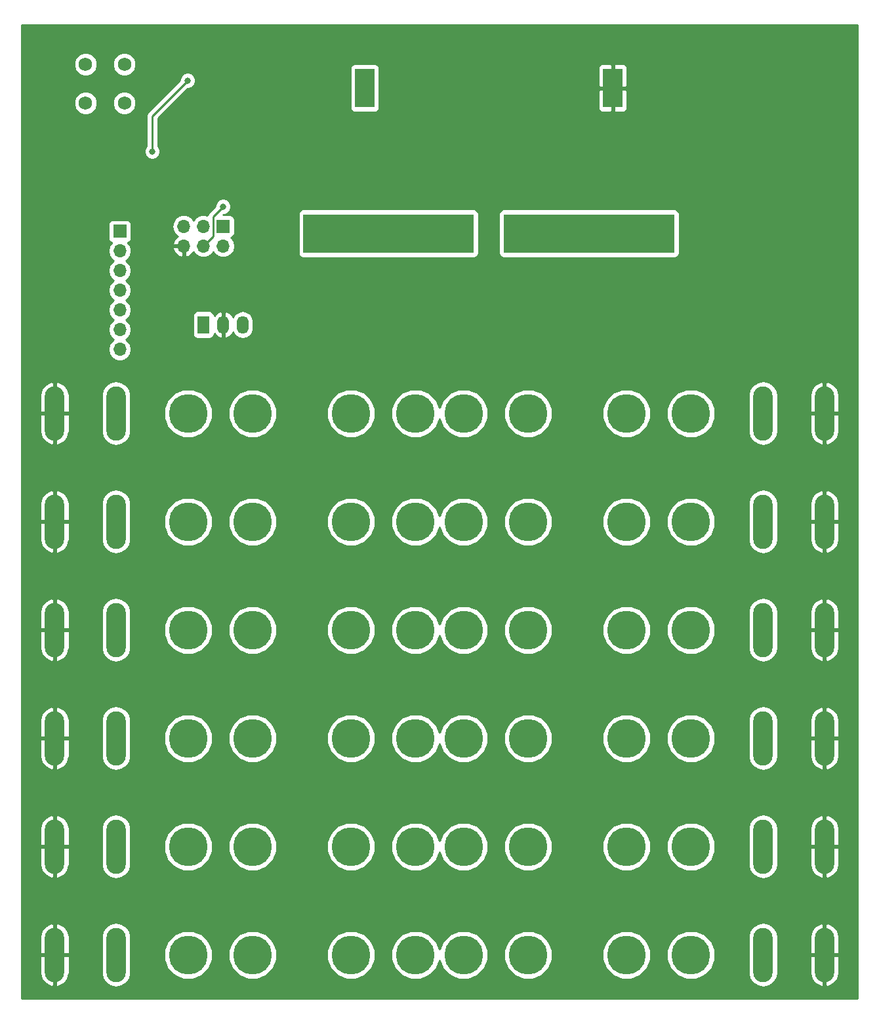
<source format=gbl>
G04 #@! TF.GenerationSoftware,KiCad,Pcbnew,(5.0.2)-1*
G04 #@! TF.CreationDate,2019-02-23T14:57:53-07:00*
G04 #@! TF.ProjectId,MinesRobotics_PDB,4d696e65-7352-46f6-926f-746963735f50,rev?*
G04 #@! TF.SameCoordinates,Original*
G04 #@! TF.FileFunction,Copper,L2,Bot*
G04 #@! TF.FilePolarity,Positive*
%FSLAX46Y46*%
G04 Gerber Fmt 4.6, Leading zero omitted, Abs format (unit mm)*
G04 Created by KiCad (PCBNEW (5.0.2)-1) date 2/23/2019 2:57:53 PM*
%MOMM*%
%LPD*%
G01*
G04 APERTURE LIST*
G04 #@! TA.AperFunction,ComponentPad*
%ADD10R,1.700000X1.700000*%
G04 #@! TD*
G04 #@! TA.AperFunction,ComponentPad*
%ADD11O,1.700000X1.700000*%
G04 #@! TD*
G04 #@! TA.AperFunction,ComponentPad*
%ADD12C,5.000000*%
G04 #@! TD*
G04 #@! TA.AperFunction,ComponentPad*
%ADD13R,22.000000X5.000000*%
G04 #@! TD*
G04 #@! TA.AperFunction,ComponentPad*
%ADD14R,2.500000X5.000000*%
G04 #@! TD*
G04 #@! TA.AperFunction,ComponentPad*
%ADD15O,2.500000X7.000000*%
G04 #@! TD*
G04 #@! TA.AperFunction,ComponentPad*
%ADD16R,1.500000X2.300000*%
G04 #@! TD*
G04 #@! TA.AperFunction,ComponentPad*
%ADD17O,1.500000X2.300000*%
G04 #@! TD*
G04 #@! TA.AperFunction,ComponentPad*
%ADD18C,1.750000*%
G04 #@! TD*
G04 #@! TA.AperFunction,ViaPad*
%ADD19C,0.800000*%
G04 #@! TD*
G04 #@! TA.AperFunction,Conductor*
%ADD20C,0.250000*%
G04 #@! TD*
G04 #@! TA.AperFunction,Conductor*
%ADD21C,0.254000*%
G04 #@! TD*
G04 APERTURE END LIST*
D10*
G04 #@! TO.P,J14,1*
G04 #@! TO.N,/MOSI*
X69850000Y-67310000D03*
D11*
G04 #@! TO.P,J14,2*
G04 #@! TO.N,+5V*
X69850000Y-69850000D03*
G04 #@! TO.P,J14,3*
G04 #@! TO.N,/SCK*
X67310000Y-67310000D03*
G04 #@! TO.P,J14,4*
G04 #@! TO.N,/MISO*
X67310000Y-69850000D03*
G04 #@! TO.P,J14,5*
G04 #@! TO.N,/RESET*
X64770000Y-67310000D03*
G04 #@! TO.P,J14,6*
G04 #@! TO.N,GND*
X64770000Y-69850000D03*
G04 #@! TD*
D12*
G04 #@! TO.P,F1,2*
G04 #@! TO.N,+12V*
X94690000Y-91440000D03*
X86360000Y-91440000D03*
G04 #@! TO.P,F1,1*
G04 #@! TO.N,Net-(F1-Pad1)*
X65330000Y-91440000D03*
X73660000Y-91440000D03*
G04 #@! TD*
G04 #@! TO.P,F2,1*
G04 #@! TO.N,Net-(F2-Pad1)*
X73660000Y-105410000D03*
X65330000Y-105410000D03*
G04 #@! TO.P,F2,2*
G04 #@! TO.N,+12V*
X86360000Y-105410000D03*
X94690000Y-105410000D03*
G04 #@! TD*
G04 #@! TO.P,F3,2*
G04 #@! TO.N,+12V*
X94690000Y-119380000D03*
X86360000Y-119380000D03*
G04 #@! TO.P,F3,1*
G04 #@! TO.N,Net-(F3-Pad1)*
X65330000Y-119380000D03*
X73660000Y-119380000D03*
G04 #@! TD*
G04 #@! TO.P,F4,1*
G04 #@! TO.N,Net-(F4-Pad1)*
X73660000Y-133350000D03*
X65330000Y-133350000D03*
G04 #@! TO.P,F4,2*
G04 #@! TO.N,+12V*
X86360000Y-133350000D03*
X94690000Y-133350000D03*
G04 #@! TD*
G04 #@! TO.P,F5,1*
G04 #@! TO.N,Net-(F5-Pad1)*
X73660000Y-147320000D03*
X65330000Y-147320000D03*
G04 #@! TO.P,F5,2*
G04 #@! TO.N,+12V*
X86360000Y-147320000D03*
X94690000Y-147320000D03*
G04 #@! TD*
G04 #@! TO.P,F6,2*
G04 #@! TO.N,+12V*
X94690000Y-161290000D03*
X86360000Y-161290000D03*
G04 #@! TO.P,F6,1*
G04 #@! TO.N,Net-(F6-Pad1)*
X65330000Y-161290000D03*
X73660000Y-161290000D03*
G04 #@! TD*
G04 #@! TO.P,F7,2*
G04 #@! TO.N,+12V*
X100890000Y-91440000D03*
X109220000Y-91440000D03*
G04 #@! TO.P,F7,1*
G04 #@! TO.N,Net-(F7-Pad1)*
X130250000Y-91440000D03*
X121920000Y-91440000D03*
G04 #@! TD*
G04 #@! TO.P,F8,1*
G04 #@! TO.N,Net-(F8-Pad1)*
X121920000Y-105410000D03*
X130250000Y-105410000D03*
G04 #@! TO.P,F8,2*
G04 #@! TO.N,+12V*
X109220000Y-105410000D03*
X100890000Y-105410000D03*
G04 #@! TD*
G04 #@! TO.P,F9,2*
G04 #@! TO.N,+12V*
X100890000Y-119380000D03*
X109220000Y-119380000D03*
G04 #@! TO.P,F9,1*
G04 #@! TO.N,Net-(F9-Pad1)*
X130250000Y-119380000D03*
X121920000Y-119380000D03*
G04 #@! TD*
G04 #@! TO.P,F10,1*
G04 #@! TO.N,Net-(F10-Pad1)*
X121920000Y-133350000D03*
X130250000Y-133350000D03*
G04 #@! TO.P,F10,2*
G04 #@! TO.N,+12V*
X109220000Y-133350000D03*
X100890000Y-133350000D03*
G04 #@! TD*
G04 #@! TO.P,F11,2*
G04 #@! TO.N,+12V*
X100890000Y-147320000D03*
X109220000Y-147320000D03*
G04 #@! TO.P,F11,1*
G04 #@! TO.N,Net-(F11-Pad1)*
X130250000Y-147320000D03*
X121920000Y-147320000D03*
G04 #@! TD*
G04 #@! TO.P,F12,1*
G04 #@! TO.N,Net-(F12-Pad1)*
X121920000Y-161290000D03*
X130250000Y-161290000D03*
G04 #@! TO.P,F12,2*
G04 #@! TO.N,+12V*
X109220000Y-161290000D03*
X100890000Y-161290000D03*
G04 #@! TD*
D13*
G04 #@! TO.P,K1,1*
G04 #@! TO.N,/Vbat*
X117090000Y-68230000D03*
G04 #@! TO.P,K1,7*
G04 #@! TO.N,+12V*
X91190000Y-68230000D03*
D14*
G04 #@! TO.P,K1,2*
G04 #@! TO.N,GND*
X120140000Y-49480000D03*
G04 #@! TO.P,K1,6*
G04 #@! TO.N,Net-(K1-Pad6)*
X88140000Y-49480000D03*
G04 #@! TD*
D15*
G04 #@! TO.P,J1,1*
G04 #@! TO.N,Net-(F1-Pad1)*
X56030000Y-91440000D03*
G04 #@! TO.P,J1,2*
G04 #@! TO.N,GND*
X48110000Y-91440000D03*
G04 #@! TD*
G04 #@! TO.P,J2,1*
G04 #@! TO.N,Net-(F2-Pad1)*
X56030000Y-105410000D03*
G04 #@! TO.P,J2,2*
G04 #@! TO.N,GND*
X48110000Y-105410000D03*
G04 #@! TD*
G04 #@! TO.P,J3,2*
G04 #@! TO.N,GND*
X48110000Y-119380000D03*
G04 #@! TO.P,J3,1*
G04 #@! TO.N,Net-(F3-Pad1)*
X56030000Y-119380000D03*
G04 #@! TD*
G04 #@! TO.P,J4,1*
G04 #@! TO.N,Net-(F4-Pad1)*
X56030000Y-133350000D03*
G04 #@! TO.P,J4,2*
G04 #@! TO.N,GND*
X48110000Y-133350000D03*
G04 #@! TD*
G04 #@! TO.P,J5,2*
G04 #@! TO.N,GND*
X48110000Y-147320000D03*
G04 #@! TO.P,J5,1*
G04 #@! TO.N,Net-(F5-Pad1)*
X56030000Y-147320000D03*
G04 #@! TD*
G04 #@! TO.P,J6,1*
G04 #@! TO.N,Net-(F6-Pad1)*
X56030000Y-161290000D03*
G04 #@! TO.P,J6,2*
G04 #@! TO.N,GND*
X48110000Y-161290000D03*
G04 #@! TD*
G04 #@! TO.P,J7,1*
G04 #@! TO.N,Net-(F7-Pad1)*
X139550000Y-91440000D03*
G04 #@! TO.P,J7,2*
G04 #@! TO.N,GND*
X147470000Y-91440000D03*
G04 #@! TD*
G04 #@! TO.P,J8,2*
G04 #@! TO.N,GND*
X147470000Y-105410000D03*
G04 #@! TO.P,J8,1*
G04 #@! TO.N,Net-(F8-Pad1)*
X139550000Y-105410000D03*
G04 #@! TD*
G04 #@! TO.P,J9,1*
G04 #@! TO.N,Net-(F9-Pad1)*
X139550000Y-119380000D03*
G04 #@! TO.P,J9,2*
G04 #@! TO.N,GND*
X147470000Y-119380000D03*
G04 #@! TD*
G04 #@! TO.P,J10,2*
G04 #@! TO.N,GND*
X147470000Y-133350000D03*
G04 #@! TO.P,J10,1*
G04 #@! TO.N,Net-(F10-Pad1)*
X139550000Y-133350000D03*
G04 #@! TD*
G04 #@! TO.P,J11,1*
G04 #@! TO.N,Net-(F11-Pad1)*
X139550000Y-147320000D03*
G04 #@! TO.P,J11,2*
G04 #@! TO.N,GND*
X147470000Y-147320000D03*
G04 #@! TD*
G04 #@! TO.P,J12,2*
G04 #@! TO.N,GND*
X147470000Y-161290000D03*
G04 #@! TO.P,J12,1*
G04 #@! TO.N,Net-(F12-Pad1)*
X139550000Y-161290000D03*
G04 #@! TD*
D16*
G04 #@! TO.P,U1,1*
G04 #@! TO.N,+12V*
X67310000Y-80010000D03*
D17*
G04 #@! TO.P,U1,2*
G04 #@! TO.N,GND*
X69850000Y-80010000D03*
G04 #@! TO.P,U1,3*
G04 #@! TO.N,+5V*
X72390000Y-80010000D03*
G04 #@! TD*
D18*
G04 #@! TO.P,SW1,1*
G04 #@! TO.N,Net-(K1-Pad6)*
X52110000Y-46395000D03*
G04 #@! TO.P,SW1,2*
G04 #@! TO.N,/Vbat*
X57110000Y-46395000D03*
G04 #@! TO.P,SW1,1*
G04 #@! TO.N,Net-(K1-Pad6)*
X52110000Y-51395000D03*
G04 #@! TO.P,SW1,2*
G04 #@! TO.N,/Vbat*
X57110000Y-51395000D03*
G04 #@! TD*
D10*
G04 #@! TO.P,J15,1*
G04 #@! TO.N,+5V*
X56515000Y-67945000D03*
D11*
G04 #@! TO.P,J15,2*
X56515000Y-70485000D03*
G04 #@! TO.P,J15,3*
X56515000Y-73025000D03*
G04 #@! TO.P,J15,4*
X56515000Y-75565000D03*
G04 #@! TO.P,J15,5*
X56515000Y-78105000D03*
G04 #@! TO.P,J15,6*
X56515000Y-80645000D03*
G04 #@! TO.P,J15,7*
X56515000Y-83185000D03*
G04 #@! TD*
D19*
G04 #@! TO.N,/MISO*
X69850000Y-64770000D03*
G04 #@! TO.N,GND*
X61722000Y-60198000D03*
X48514000Y-62484000D03*
X57150000Y-61214000D03*
X146050000Y-77470000D03*
X146050000Y-80010000D03*
X146050000Y-74930000D03*
G04 #@! TO.N,/Battery_Control*
X65278000Y-48514000D03*
X60706000Y-57658000D03*
G04 #@! TD*
D20*
G04 #@! TO.N,/MISO*
X68159999Y-69000001D02*
X67310000Y-69850000D01*
X68580000Y-68580000D02*
X68159999Y-69000001D01*
X68580000Y-66040000D02*
X68580000Y-68580000D01*
X69850000Y-64770000D02*
X68580000Y-66040000D01*
G04 #@! TO.N,/Battery_Control*
X65278000Y-48514000D02*
X60706000Y-53086000D01*
X60706000Y-53086000D02*
X60706000Y-57658000D01*
G04 #@! TD*
D21*
G04 #@! TO.N,GND*
G36*
X151690001Y-166930000D02*
X43890000Y-166930000D01*
X43890000Y-161417000D01*
X46225000Y-161417000D01*
X46225000Y-163667000D01*
X46417088Y-164378691D01*
X46866906Y-164962699D01*
X47505974Y-165330114D01*
X47690355Y-165377695D01*
X47983000Y-165261572D01*
X47983000Y-161417000D01*
X48237000Y-161417000D01*
X48237000Y-165261572D01*
X48529645Y-165377695D01*
X48714026Y-165330114D01*
X49353094Y-164962699D01*
X49802912Y-164378691D01*
X49979169Y-163725654D01*
X54145000Y-163725654D01*
X54254369Y-164275489D01*
X54670991Y-164899009D01*
X55294510Y-165315631D01*
X56030000Y-165461929D01*
X56765489Y-165315631D01*
X57389009Y-164899009D01*
X57805631Y-164275490D01*
X57915000Y-163725655D01*
X57915000Y-160666410D01*
X62195000Y-160666410D01*
X62195000Y-161913590D01*
X62672276Y-163065835D01*
X63554165Y-163947724D01*
X64706410Y-164425000D01*
X65953590Y-164425000D01*
X67105835Y-163947724D01*
X67987724Y-163065835D01*
X68465000Y-161913590D01*
X68465000Y-160666410D01*
X70525000Y-160666410D01*
X70525000Y-161913590D01*
X71002276Y-163065835D01*
X71884165Y-163947724D01*
X73036410Y-164425000D01*
X74283590Y-164425000D01*
X75435835Y-163947724D01*
X76317724Y-163065835D01*
X76795000Y-161913590D01*
X76795000Y-160666410D01*
X83225000Y-160666410D01*
X83225000Y-161913590D01*
X83702276Y-163065835D01*
X84584165Y-163947724D01*
X85736410Y-164425000D01*
X86983590Y-164425000D01*
X88135835Y-163947724D01*
X89017724Y-163065835D01*
X89495000Y-161913590D01*
X89495000Y-160666410D01*
X91555000Y-160666410D01*
X91555000Y-161913590D01*
X92032276Y-163065835D01*
X92914165Y-163947724D01*
X94066410Y-164425000D01*
X95313590Y-164425000D01*
X96465835Y-163947724D01*
X97347724Y-163065835D01*
X97790000Y-161998087D01*
X98232276Y-163065835D01*
X99114165Y-163947724D01*
X100266410Y-164425000D01*
X101513590Y-164425000D01*
X102665835Y-163947724D01*
X103547724Y-163065835D01*
X104025000Y-161913590D01*
X104025000Y-160666410D01*
X106085000Y-160666410D01*
X106085000Y-161913590D01*
X106562276Y-163065835D01*
X107444165Y-163947724D01*
X108596410Y-164425000D01*
X109843590Y-164425000D01*
X110995835Y-163947724D01*
X111877724Y-163065835D01*
X112355000Y-161913590D01*
X112355000Y-160666410D01*
X118785000Y-160666410D01*
X118785000Y-161913590D01*
X119262276Y-163065835D01*
X120144165Y-163947724D01*
X121296410Y-164425000D01*
X122543590Y-164425000D01*
X123695835Y-163947724D01*
X124577724Y-163065835D01*
X125055000Y-161913590D01*
X125055000Y-160666410D01*
X127115000Y-160666410D01*
X127115000Y-161913590D01*
X127592276Y-163065835D01*
X128474165Y-163947724D01*
X129626410Y-164425000D01*
X130873590Y-164425000D01*
X132025835Y-163947724D01*
X132907724Y-163065835D01*
X133385000Y-161913590D01*
X133385000Y-160666410D01*
X132907724Y-159514165D01*
X132247905Y-158854346D01*
X137665000Y-158854346D01*
X137665001Y-163725655D01*
X137774370Y-164275490D01*
X138190992Y-164899009D01*
X138814511Y-165315631D01*
X139550000Y-165461929D01*
X140285490Y-165315631D01*
X140909009Y-164899009D01*
X141325631Y-164275490D01*
X141435000Y-163725655D01*
X141435000Y-161417000D01*
X145585000Y-161417000D01*
X145585000Y-163667000D01*
X145777088Y-164378691D01*
X146226906Y-164962699D01*
X146865974Y-165330114D01*
X147050355Y-165377695D01*
X147343000Y-165261572D01*
X147343000Y-161417000D01*
X147597000Y-161417000D01*
X147597000Y-165261572D01*
X147889645Y-165377695D01*
X148074026Y-165330114D01*
X148713094Y-164962699D01*
X149162912Y-164378691D01*
X149355000Y-163667000D01*
X149355000Y-161417000D01*
X147597000Y-161417000D01*
X147343000Y-161417000D01*
X145585000Y-161417000D01*
X141435000Y-161417000D01*
X141435000Y-158913000D01*
X145585000Y-158913000D01*
X145585000Y-161163000D01*
X147343000Y-161163000D01*
X147343000Y-157318428D01*
X147597000Y-157318428D01*
X147597000Y-161163000D01*
X149355000Y-161163000D01*
X149355000Y-158913000D01*
X149162912Y-158201309D01*
X148713094Y-157617301D01*
X148074026Y-157249886D01*
X147889645Y-157202305D01*
X147597000Y-157318428D01*
X147343000Y-157318428D01*
X147050355Y-157202305D01*
X146865974Y-157249886D01*
X146226906Y-157617301D01*
X145777088Y-158201309D01*
X145585000Y-158913000D01*
X141435000Y-158913000D01*
X141435000Y-158854345D01*
X141325631Y-158304510D01*
X140909009Y-157680991D01*
X140285489Y-157264369D01*
X139550000Y-157118071D01*
X138814510Y-157264369D01*
X138190991Y-157680991D01*
X137774369Y-158304511D01*
X137665000Y-158854346D01*
X132247905Y-158854346D01*
X132025835Y-158632276D01*
X130873590Y-158155000D01*
X129626410Y-158155000D01*
X128474165Y-158632276D01*
X127592276Y-159514165D01*
X127115000Y-160666410D01*
X125055000Y-160666410D01*
X124577724Y-159514165D01*
X123695835Y-158632276D01*
X122543590Y-158155000D01*
X121296410Y-158155000D01*
X120144165Y-158632276D01*
X119262276Y-159514165D01*
X118785000Y-160666410D01*
X112355000Y-160666410D01*
X111877724Y-159514165D01*
X110995835Y-158632276D01*
X109843590Y-158155000D01*
X108596410Y-158155000D01*
X107444165Y-158632276D01*
X106562276Y-159514165D01*
X106085000Y-160666410D01*
X104025000Y-160666410D01*
X103547724Y-159514165D01*
X102665835Y-158632276D01*
X101513590Y-158155000D01*
X100266410Y-158155000D01*
X99114165Y-158632276D01*
X98232276Y-159514165D01*
X97790000Y-160581913D01*
X97347724Y-159514165D01*
X96465835Y-158632276D01*
X95313590Y-158155000D01*
X94066410Y-158155000D01*
X92914165Y-158632276D01*
X92032276Y-159514165D01*
X91555000Y-160666410D01*
X89495000Y-160666410D01*
X89017724Y-159514165D01*
X88135835Y-158632276D01*
X86983590Y-158155000D01*
X85736410Y-158155000D01*
X84584165Y-158632276D01*
X83702276Y-159514165D01*
X83225000Y-160666410D01*
X76795000Y-160666410D01*
X76317724Y-159514165D01*
X75435835Y-158632276D01*
X74283590Y-158155000D01*
X73036410Y-158155000D01*
X71884165Y-158632276D01*
X71002276Y-159514165D01*
X70525000Y-160666410D01*
X68465000Y-160666410D01*
X67987724Y-159514165D01*
X67105835Y-158632276D01*
X65953590Y-158155000D01*
X64706410Y-158155000D01*
X63554165Y-158632276D01*
X62672276Y-159514165D01*
X62195000Y-160666410D01*
X57915000Y-160666410D01*
X57915000Y-158854345D01*
X57805631Y-158304510D01*
X57389009Y-157680991D01*
X56765490Y-157264369D01*
X56030000Y-157118071D01*
X55294511Y-157264369D01*
X54670992Y-157680991D01*
X54254370Y-158304510D01*
X54145001Y-158854345D01*
X54145000Y-163725654D01*
X49979169Y-163725654D01*
X49995000Y-163667000D01*
X49995000Y-161417000D01*
X48237000Y-161417000D01*
X47983000Y-161417000D01*
X46225000Y-161417000D01*
X43890000Y-161417000D01*
X43890000Y-158913000D01*
X46225000Y-158913000D01*
X46225000Y-161163000D01*
X47983000Y-161163000D01*
X47983000Y-157318428D01*
X48237000Y-157318428D01*
X48237000Y-161163000D01*
X49995000Y-161163000D01*
X49995000Y-158913000D01*
X49802912Y-158201309D01*
X49353094Y-157617301D01*
X48714026Y-157249886D01*
X48529645Y-157202305D01*
X48237000Y-157318428D01*
X47983000Y-157318428D01*
X47690355Y-157202305D01*
X47505974Y-157249886D01*
X46866906Y-157617301D01*
X46417088Y-158201309D01*
X46225000Y-158913000D01*
X43890000Y-158913000D01*
X43890000Y-147447000D01*
X46225000Y-147447000D01*
X46225000Y-149697000D01*
X46417088Y-150408691D01*
X46866906Y-150992699D01*
X47505974Y-151360114D01*
X47690355Y-151407695D01*
X47983000Y-151291572D01*
X47983000Y-147447000D01*
X48237000Y-147447000D01*
X48237000Y-151291572D01*
X48529645Y-151407695D01*
X48714026Y-151360114D01*
X49353094Y-150992699D01*
X49802912Y-150408691D01*
X49979169Y-149755654D01*
X54145000Y-149755654D01*
X54254369Y-150305489D01*
X54670991Y-150929009D01*
X55294510Y-151345631D01*
X56030000Y-151491929D01*
X56765489Y-151345631D01*
X57389009Y-150929009D01*
X57805631Y-150305490D01*
X57915000Y-149755655D01*
X57915000Y-146696410D01*
X62195000Y-146696410D01*
X62195000Y-147943590D01*
X62672276Y-149095835D01*
X63554165Y-149977724D01*
X64706410Y-150455000D01*
X65953590Y-150455000D01*
X67105835Y-149977724D01*
X67987724Y-149095835D01*
X68465000Y-147943590D01*
X68465000Y-146696410D01*
X70525000Y-146696410D01*
X70525000Y-147943590D01*
X71002276Y-149095835D01*
X71884165Y-149977724D01*
X73036410Y-150455000D01*
X74283590Y-150455000D01*
X75435835Y-149977724D01*
X76317724Y-149095835D01*
X76795000Y-147943590D01*
X76795000Y-146696410D01*
X83225000Y-146696410D01*
X83225000Y-147943590D01*
X83702276Y-149095835D01*
X84584165Y-149977724D01*
X85736410Y-150455000D01*
X86983590Y-150455000D01*
X88135835Y-149977724D01*
X89017724Y-149095835D01*
X89495000Y-147943590D01*
X89495000Y-146696410D01*
X91555000Y-146696410D01*
X91555000Y-147943590D01*
X92032276Y-149095835D01*
X92914165Y-149977724D01*
X94066410Y-150455000D01*
X95313590Y-150455000D01*
X96465835Y-149977724D01*
X97347724Y-149095835D01*
X97790000Y-148028087D01*
X98232276Y-149095835D01*
X99114165Y-149977724D01*
X100266410Y-150455000D01*
X101513590Y-150455000D01*
X102665835Y-149977724D01*
X103547724Y-149095835D01*
X104025000Y-147943590D01*
X104025000Y-146696410D01*
X106085000Y-146696410D01*
X106085000Y-147943590D01*
X106562276Y-149095835D01*
X107444165Y-149977724D01*
X108596410Y-150455000D01*
X109843590Y-150455000D01*
X110995835Y-149977724D01*
X111877724Y-149095835D01*
X112355000Y-147943590D01*
X112355000Y-146696410D01*
X118785000Y-146696410D01*
X118785000Y-147943590D01*
X119262276Y-149095835D01*
X120144165Y-149977724D01*
X121296410Y-150455000D01*
X122543590Y-150455000D01*
X123695835Y-149977724D01*
X124577724Y-149095835D01*
X125055000Y-147943590D01*
X125055000Y-146696410D01*
X127115000Y-146696410D01*
X127115000Y-147943590D01*
X127592276Y-149095835D01*
X128474165Y-149977724D01*
X129626410Y-150455000D01*
X130873590Y-150455000D01*
X132025835Y-149977724D01*
X132907724Y-149095835D01*
X133385000Y-147943590D01*
X133385000Y-146696410D01*
X132907724Y-145544165D01*
X132247905Y-144884346D01*
X137665000Y-144884346D01*
X137665001Y-149755655D01*
X137774370Y-150305490D01*
X138190992Y-150929009D01*
X138814511Y-151345631D01*
X139550000Y-151491929D01*
X140285490Y-151345631D01*
X140909009Y-150929009D01*
X141325631Y-150305490D01*
X141435000Y-149755655D01*
X141435000Y-147447000D01*
X145585000Y-147447000D01*
X145585000Y-149697000D01*
X145777088Y-150408691D01*
X146226906Y-150992699D01*
X146865974Y-151360114D01*
X147050355Y-151407695D01*
X147343000Y-151291572D01*
X147343000Y-147447000D01*
X147597000Y-147447000D01*
X147597000Y-151291572D01*
X147889645Y-151407695D01*
X148074026Y-151360114D01*
X148713094Y-150992699D01*
X149162912Y-150408691D01*
X149355000Y-149697000D01*
X149355000Y-147447000D01*
X147597000Y-147447000D01*
X147343000Y-147447000D01*
X145585000Y-147447000D01*
X141435000Y-147447000D01*
X141435000Y-144943000D01*
X145585000Y-144943000D01*
X145585000Y-147193000D01*
X147343000Y-147193000D01*
X147343000Y-143348428D01*
X147597000Y-143348428D01*
X147597000Y-147193000D01*
X149355000Y-147193000D01*
X149355000Y-144943000D01*
X149162912Y-144231309D01*
X148713094Y-143647301D01*
X148074026Y-143279886D01*
X147889645Y-143232305D01*
X147597000Y-143348428D01*
X147343000Y-143348428D01*
X147050355Y-143232305D01*
X146865974Y-143279886D01*
X146226906Y-143647301D01*
X145777088Y-144231309D01*
X145585000Y-144943000D01*
X141435000Y-144943000D01*
X141435000Y-144884345D01*
X141325631Y-144334510D01*
X140909009Y-143710991D01*
X140285489Y-143294369D01*
X139550000Y-143148071D01*
X138814510Y-143294369D01*
X138190991Y-143710991D01*
X137774369Y-144334511D01*
X137665000Y-144884346D01*
X132247905Y-144884346D01*
X132025835Y-144662276D01*
X130873590Y-144185000D01*
X129626410Y-144185000D01*
X128474165Y-144662276D01*
X127592276Y-145544165D01*
X127115000Y-146696410D01*
X125055000Y-146696410D01*
X124577724Y-145544165D01*
X123695835Y-144662276D01*
X122543590Y-144185000D01*
X121296410Y-144185000D01*
X120144165Y-144662276D01*
X119262276Y-145544165D01*
X118785000Y-146696410D01*
X112355000Y-146696410D01*
X111877724Y-145544165D01*
X110995835Y-144662276D01*
X109843590Y-144185000D01*
X108596410Y-144185000D01*
X107444165Y-144662276D01*
X106562276Y-145544165D01*
X106085000Y-146696410D01*
X104025000Y-146696410D01*
X103547724Y-145544165D01*
X102665835Y-144662276D01*
X101513590Y-144185000D01*
X100266410Y-144185000D01*
X99114165Y-144662276D01*
X98232276Y-145544165D01*
X97790000Y-146611913D01*
X97347724Y-145544165D01*
X96465835Y-144662276D01*
X95313590Y-144185000D01*
X94066410Y-144185000D01*
X92914165Y-144662276D01*
X92032276Y-145544165D01*
X91555000Y-146696410D01*
X89495000Y-146696410D01*
X89017724Y-145544165D01*
X88135835Y-144662276D01*
X86983590Y-144185000D01*
X85736410Y-144185000D01*
X84584165Y-144662276D01*
X83702276Y-145544165D01*
X83225000Y-146696410D01*
X76795000Y-146696410D01*
X76317724Y-145544165D01*
X75435835Y-144662276D01*
X74283590Y-144185000D01*
X73036410Y-144185000D01*
X71884165Y-144662276D01*
X71002276Y-145544165D01*
X70525000Y-146696410D01*
X68465000Y-146696410D01*
X67987724Y-145544165D01*
X67105835Y-144662276D01*
X65953590Y-144185000D01*
X64706410Y-144185000D01*
X63554165Y-144662276D01*
X62672276Y-145544165D01*
X62195000Y-146696410D01*
X57915000Y-146696410D01*
X57915000Y-144884345D01*
X57805631Y-144334510D01*
X57389009Y-143710991D01*
X56765490Y-143294369D01*
X56030000Y-143148071D01*
X55294511Y-143294369D01*
X54670992Y-143710991D01*
X54254370Y-144334510D01*
X54145001Y-144884345D01*
X54145000Y-149755654D01*
X49979169Y-149755654D01*
X49995000Y-149697000D01*
X49995000Y-147447000D01*
X48237000Y-147447000D01*
X47983000Y-147447000D01*
X46225000Y-147447000D01*
X43890000Y-147447000D01*
X43890000Y-144943000D01*
X46225000Y-144943000D01*
X46225000Y-147193000D01*
X47983000Y-147193000D01*
X47983000Y-143348428D01*
X48237000Y-143348428D01*
X48237000Y-147193000D01*
X49995000Y-147193000D01*
X49995000Y-144943000D01*
X49802912Y-144231309D01*
X49353094Y-143647301D01*
X48714026Y-143279886D01*
X48529645Y-143232305D01*
X48237000Y-143348428D01*
X47983000Y-143348428D01*
X47690355Y-143232305D01*
X47505974Y-143279886D01*
X46866906Y-143647301D01*
X46417088Y-144231309D01*
X46225000Y-144943000D01*
X43890000Y-144943000D01*
X43890000Y-133477000D01*
X46225000Y-133477000D01*
X46225000Y-135727000D01*
X46417088Y-136438691D01*
X46866906Y-137022699D01*
X47505974Y-137390114D01*
X47690355Y-137437695D01*
X47983000Y-137321572D01*
X47983000Y-133477000D01*
X48237000Y-133477000D01*
X48237000Y-137321572D01*
X48529645Y-137437695D01*
X48714026Y-137390114D01*
X49353094Y-137022699D01*
X49802912Y-136438691D01*
X49979169Y-135785654D01*
X54145000Y-135785654D01*
X54254369Y-136335489D01*
X54670991Y-136959009D01*
X55294510Y-137375631D01*
X56030000Y-137521929D01*
X56765489Y-137375631D01*
X57389009Y-136959009D01*
X57805631Y-136335490D01*
X57915000Y-135785655D01*
X57915000Y-132726410D01*
X62195000Y-132726410D01*
X62195000Y-133973590D01*
X62672276Y-135125835D01*
X63554165Y-136007724D01*
X64706410Y-136485000D01*
X65953590Y-136485000D01*
X67105835Y-136007724D01*
X67987724Y-135125835D01*
X68465000Y-133973590D01*
X68465000Y-132726410D01*
X70525000Y-132726410D01*
X70525000Y-133973590D01*
X71002276Y-135125835D01*
X71884165Y-136007724D01*
X73036410Y-136485000D01*
X74283590Y-136485000D01*
X75435835Y-136007724D01*
X76317724Y-135125835D01*
X76795000Y-133973590D01*
X76795000Y-132726410D01*
X83225000Y-132726410D01*
X83225000Y-133973590D01*
X83702276Y-135125835D01*
X84584165Y-136007724D01*
X85736410Y-136485000D01*
X86983590Y-136485000D01*
X88135835Y-136007724D01*
X89017724Y-135125835D01*
X89495000Y-133973590D01*
X89495000Y-132726410D01*
X91555000Y-132726410D01*
X91555000Y-133973590D01*
X92032276Y-135125835D01*
X92914165Y-136007724D01*
X94066410Y-136485000D01*
X95313590Y-136485000D01*
X96465835Y-136007724D01*
X97347724Y-135125835D01*
X97790000Y-134058087D01*
X98232276Y-135125835D01*
X99114165Y-136007724D01*
X100266410Y-136485000D01*
X101513590Y-136485000D01*
X102665835Y-136007724D01*
X103547724Y-135125835D01*
X104025000Y-133973590D01*
X104025000Y-132726410D01*
X106085000Y-132726410D01*
X106085000Y-133973590D01*
X106562276Y-135125835D01*
X107444165Y-136007724D01*
X108596410Y-136485000D01*
X109843590Y-136485000D01*
X110995835Y-136007724D01*
X111877724Y-135125835D01*
X112355000Y-133973590D01*
X112355000Y-132726410D01*
X118785000Y-132726410D01*
X118785000Y-133973590D01*
X119262276Y-135125835D01*
X120144165Y-136007724D01*
X121296410Y-136485000D01*
X122543590Y-136485000D01*
X123695835Y-136007724D01*
X124577724Y-135125835D01*
X125055000Y-133973590D01*
X125055000Y-132726410D01*
X127115000Y-132726410D01*
X127115000Y-133973590D01*
X127592276Y-135125835D01*
X128474165Y-136007724D01*
X129626410Y-136485000D01*
X130873590Y-136485000D01*
X132025835Y-136007724D01*
X132907724Y-135125835D01*
X133385000Y-133973590D01*
X133385000Y-132726410D01*
X132907724Y-131574165D01*
X132247905Y-130914346D01*
X137665000Y-130914346D01*
X137665001Y-135785655D01*
X137774370Y-136335490D01*
X138190992Y-136959009D01*
X138814511Y-137375631D01*
X139550000Y-137521929D01*
X140285490Y-137375631D01*
X140909009Y-136959009D01*
X141325631Y-136335490D01*
X141435000Y-135785655D01*
X141435000Y-133477000D01*
X145585000Y-133477000D01*
X145585000Y-135727000D01*
X145777088Y-136438691D01*
X146226906Y-137022699D01*
X146865974Y-137390114D01*
X147050355Y-137437695D01*
X147343000Y-137321572D01*
X147343000Y-133477000D01*
X147597000Y-133477000D01*
X147597000Y-137321572D01*
X147889645Y-137437695D01*
X148074026Y-137390114D01*
X148713094Y-137022699D01*
X149162912Y-136438691D01*
X149355000Y-135727000D01*
X149355000Y-133477000D01*
X147597000Y-133477000D01*
X147343000Y-133477000D01*
X145585000Y-133477000D01*
X141435000Y-133477000D01*
X141435000Y-130973000D01*
X145585000Y-130973000D01*
X145585000Y-133223000D01*
X147343000Y-133223000D01*
X147343000Y-129378428D01*
X147597000Y-129378428D01*
X147597000Y-133223000D01*
X149355000Y-133223000D01*
X149355000Y-130973000D01*
X149162912Y-130261309D01*
X148713094Y-129677301D01*
X148074026Y-129309886D01*
X147889645Y-129262305D01*
X147597000Y-129378428D01*
X147343000Y-129378428D01*
X147050355Y-129262305D01*
X146865974Y-129309886D01*
X146226906Y-129677301D01*
X145777088Y-130261309D01*
X145585000Y-130973000D01*
X141435000Y-130973000D01*
X141435000Y-130914345D01*
X141325631Y-130364510D01*
X140909009Y-129740991D01*
X140285489Y-129324369D01*
X139550000Y-129178071D01*
X138814510Y-129324369D01*
X138190991Y-129740991D01*
X137774369Y-130364511D01*
X137665000Y-130914346D01*
X132247905Y-130914346D01*
X132025835Y-130692276D01*
X130873590Y-130215000D01*
X129626410Y-130215000D01*
X128474165Y-130692276D01*
X127592276Y-131574165D01*
X127115000Y-132726410D01*
X125055000Y-132726410D01*
X124577724Y-131574165D01*
X123695835Y-130692276D01*
X122543590Y-130215000D01*
X121296410Y-130215000D01*
X120144165Y-130692276D01*
X119262276Y-131574165D01*
X118785000Y-132726410D01*
X112355000Y-132726410D01*
X111877724Y-131574165D01*
X110995835Y-130692276D01*
X109843590Y-130215000D01*
X108596410Y-130215000D01*
X107444165Y-130692276D01*
X106562276Y-131574165D01*
X106085000Y-132726410D01*
X104025000Y-132726410D01*
X103547724Y-131574165D01*
X102665835Y-130692276D01*
X101513590Y-130215000D01*
X100266410Y-130215000D01*
X99114165Y-130692276D01*
X98232276Y-131574165D01*
X97790000Y-132641913D01*
X97347724Y-131574165D01*
X96465835Y-130692276D01*
X95313590Y-130215000D01*
X94066410Y-130215000D01*
X92914165Y-130692276D01*
X92032276Y-131574165D01*
X91555000Y-132726410D01*
X89495000Y-132726410D01*
X89017724Y-131574165D01*
X88135835Y-130692276D01*
X86983590Y-130215000D01*
X85736410Y-130215000D01*
X84584165Y-130692276D01*
X83702276Y-131574165D01*
X83225000Y-132726410D01*
X76795000Y-132726410D01*
X76317724Y-131574165D01*
X75435835Y-130692276D01*
X74283590Y-130215000D01*
X73036410Y-130215000D01*
X71884165Y-130692276D01*
X71002276Y-131574165D01*
X70525000Y-132726410D01*
X68465000Y-132726410D01*
X67987724Y-131574165D01*
X67105835Y-130692276D01*
X65953590Y-130215000D01*
X64706410Y-130215000D01*
X63554165Y-130692276D01*
X62672276Y-131574165D01*
X62195000Y-132726410D01*
X57915000Y-132726410D01*
X57915000Y-130914345D01*
X57805631Y-130364510D01*
X57389009Y-129740991D01*
X56765490Y-129324369D01*
X56030000Y-129178071D01*
X55294511Y-129324369D01*
X54670992Y-129740991D01*
X54254370Y-130364510D01*
X54145001Y-130914345D01*
X54145000Y-135785654D01*
X49979169Y-135785654D01*
X49995000Y-135727000D01*
X49995000Y-133477000D01*
X48237000Y-133477000D01*
X47983000Y-133477000D01*
X46225000Y-133477000D01*
X43890000Y-133477000D01*
X43890000Y-130973000D01*
X46225000Y-130973000D01*
X46225000Y-133223000D01*
X47983000Y-133223000D01*
X47983000Y-129378428D01*
X48237000Y-129378428D01*
X48237000Y-133223000D01*
X49995000Y-133223000D01*
X49995000Y-130973000D01*
X49802912Y-130261309D01*
X49353094Y-129677301D01*
X48714026Y-129309886D01*
X48529645Y-129262305D01*
X48237000Y-129378428D01*
X47983000Y-129378428D01*
X47690355Y-129262305D01*
X47505974Y-129309886D01*
X46866906Y-129677301D01*
X46417088Y-130261309D01*
X46225000Y-130973000D01*
X43890000Y-130973000D01*
X43890000Y-119507000D01*
X46225000Y-119507000D01*
X46225000Y-121757000D01*
X46417088Y-122468691D01*
X46866906Y-123052699D01*
X47505974Y-123420114D01*
X47690355Y-123467695D01*
X47983000Y-123351572D01*
X47983000Y-119507000D01*
X48237000Y-119507000D01*
X48237000Y-123351572D01*
X48529645Y-123467695D01*
X48714026Y-123420114D01*
X49353094Y-123052699D01*
X49802912Y-122468691D01*
X49979169Y-121815654D01*
X54145000Y-121815654D01*
X54254369Y-122365489D01*
X54670991Y-122989009D01*
X55294510Y-123405631D01*
X56030000Y-123551929D01*
X56765489Y-123405631D01*
X57389009Y-122989009D01*
X57805631Y-122365490D01*
X57915000Y-121815655D01*
X57915000Y-118756410D01*
X62195000Y-118756410D01*
X62195000Y-120003590D01*
X62672276Y-121155835D01*
X63554165Y-122037724D01*
X64706410Y-122515000D01*
X65953590Y-122515000D01*
X67105835Y-122037724D01*
X67987724Y-121155835D01*
X68465000Y-120003590D01*
X68465000Y-118756410D01*
X70525000Y-118756410D01*
X70525000Y-120003590D01*
X71002276Y-121155835D01*
X71884165Y-122037724D01*
X73036410Y-122515000D01*
X74283590Y-122515000D01*
X75435835Y-122037724D01*
X76317724Y-121155835D01*
X76795000Y-120003590D01*
X76795000Y-118756410D01*
X83225000Y-118756410D01*
X83225000Y-120003590D01*
X83702276Y-121155835D01*
X84584165Y-122037724D01*
X85736410Y-122515000D01*
X86983590Y-122515000D01*
X88135835Y-122037724D01*
X89017724Y-121155835D01*
X89495000Y-120003590D01*
X89495000Y-118756410D01*
X91555000Y-118756410D01*
X91555000Y-120003590D01*
X92032276Y-121155835D01*
X92914165Y-122037724D01*
X94066410Y-122515000D01*
X95313590Y-122515000D01*
X96465835Y-122037724D01*
X97347724Y-121155835D01*
X97790000Y-120088087D01*
X98232276Y-121155835D01*
X99114165Y-122037724D01*
X100266410Y-122515000D01*
X101513590Y-122515000D01*
X102665835Y-122037724D01*
X103547724Y-121155835D01*
X104025000Y-120003590D01*
X104025000Y-118756410D01*
X106085000Y-118756410D01*
X106085000Y-120003590D01*
X106562276Y-121155835D01*
X107444165Y-122037724D01*
X108596410Y-122515000D01*
X109843590Y-122515000D01*
X110995835Y-122037724D01*
X111877724Y-121155835D01*
X112355000Y-120003590D01*
X112355000Y-118756410D01*
X118785000Y-118756410D01*
X118785000Y-120003590D01*
X119262276Y-121155835D01*
X120144165Y-122037724D01*
X121296410Y-122515000D01*
X122543590Y-122515000D01*
X123695835Y-122037724D01*
X124577724Y-121155835D01*
X125055000Y-120003590D01*
X125055000Y-118756410D01*
X127115000Y-118756410D01*
X127115000Y-120003590D01*
X127592276Y-121155835D01*
X128474165Y-122037724D01*
X129626410Y-122515000D01*
X130873590Y-122515000D01*
X132025835Y-122037724D01*
X132907724Y-121155835D01*
X133385000Y-120003590D01*
X133385000Y-118756410D01*
X132907724Y-117604165D01*
X132247905Y-116944346D01*
X137665000Y-116944346D01*
X137665001Y-121815655D01*
X137774370Y-122365490D01*
X138190992Y-122989009D01*
X138814511Y-123405631D01*
X139550000Y-123551929D01*
X140285490Y-123405631D01*
X140909009Y-122989009D01*
X141325631Y-122365490D01*
X141435000Y-121815655D01*
X141435000Y-119507000D01*
X145585000Y-119507000D01*
X145585000Y-121757000D01*
X145777088Y-122468691D01*
X146226906Y-123052699D01*
X146865974Y-123420114D01*
X147050355Y-123467695D01*
X147343000Y-123351572D01*
X147343000Y-119507000D01*
X147597000Y-119507000D01*
X147597000Y-123351572D01*
X147889645Y-123467695D01*
X148074026Y-123420114D01*
X148713094Y-123052699D01*
X149162912Y-122468691D01*
X149355000Y-121757000D01*
X149355000Y-119507000D01*
X147597000Y-119507000D01*
X147343000Y-119507000D01*
X145585000Y-119507000D01*
X141435000Y-119507000D01*
X141435000Y-117003000D01*
X145585000Y-117003000D01*
X145585000Y-119253000D01*
X147343000Y-119253000D01*
X147343000Y-115408428D01*
X147597000Y-115408428D01*
X147597000Y-119253000D01*
X149355000Y-119253000D01*
X149355000Y-117003000D01*
X149162912Y-116291309D01*
X148713094Y-115707301D01*
X148074026Y-115339886D01*
X147889645Y-115292305D01*
X147597000Y-115408428D01*
X147343000Y-115408428D01*
X147050355Y-115292305D01*
X146865974Y-115339886D01*
X146226906Y-115707301D01*
X145777088Y-116291309D01*
X145585000Y-117003000D01*
X141435000Y-117003000D01*
X141435000Y-116944345D01*
X141325631Y-116394510D01*
X140909009Y-115770991D01*
X140285489Y-115354369D01*
X139550000Y-115208071D01*
X138814510Y-115354369D01*
X138190991Y-115770991D01*
X137774369Y-116394511D01*
X137665000Y-116944346D01*
X132247905Y-116944346D01*
X132025835Y-116722276D01*
X130873590Y-116245000D01*
X129626410Y-116245000D01*
X128474165Y-116722276D01*
X127592276Y-117604165D01*
X127115000Y-118756410D01*
X125055000Y-118756410D01*
X124577724Y-117604165D01*
X123695835Y-116722276D01*
X122543590Y-116245000D01*
X121296410Y-116245000D01*
X120144165Y-116722276D01*
X119262276Y-117604165D01*
X118785000Y-118756410D01*
X112355000Y-118756410D01*
X111877724Y-117604165D01*
X110995835Y-116722276D01*
X109843590Y-116245000D01*
X108596410Y-116245000D01*
X107444165Y-116722276D01*
X106562276Y-117604165D01*
X106085000Y-118756410D01*
X104025000Y-118756410D01*
X103547724Y-117604165D01*
X102665835Y-116722276D01*
X101513590Y-116245000D01*
X100266410Y-116245000D01*
X99114165Y-116722276D01*
X98232276Y-117604165D01*
X97790000Y-118671913D01*
X97347724Y-117604165D01*
X96465835Y-116722276D01*
X95313590Y-116245000D01*
X94066410Y-116245000D01*
X92914165Y-116722276D01*
X92032276Y-117604165D01*
X91555000Y-118756410D01*
X89495000Y-118756410D01*
X89017724Y-117604165D01*
X88135835Y-116722276D01*
X86983590Y-116245000D01*
X85736410Y-116245000D01*
X84584165Y-116722276D01*
X83702276Y-117604165D01*
X83225000Y-118756410D01*
X76795000Y-118756410D01*
X76317724Y-117604165D01*
X75435835Y-116722276D01*
X74283590Y-116245000D01*
X73036410Y-116245000D01*
X71884165Y-116722276D01*
X71002276Y-117604165D01*
X70525000Y-118756410D01*
X68465000Y-118756410D01*
X67987724Y-117604165D01*
X67105835Y-116722276D01*
X65953590Y-116245000D01*
X64706410Y-116245000D01*
X63554165Y-116722276D01*
X62672276Y-117604165D01*
X62195000Y-118756410D01*
X57915000Y-118756410D01*
X57915000Y-116944345D01*
X57805631Y-116394510D01*
X57389009Y-115770991D01*
X56765490Y-115354369D01*
X56030000Y-115208071D01*
X55294511Y-115354369D01*
X54670992Y-115770991D01*
X54254370Y-116394510D01*
X54145001Y-116944345D01*
X54145000Y-121815654D01*
X49979169Y-121815654D01*
X49995000Y-121757000D01*
X49995000Y-119507000D01*
X48237000Y-119507000D01*
X47983000Y-119507000D01*
X46225000Y-119507000D01*
X43890000Y-119507000D01*
X43890000Y-117003000D01*
X46225000Y-117003000D01*
X46225000Y-119253000D01*
X47983000Y-119253000D01*
X47983000Y-115408428D01*
X48237000Y-115408428D01*
X48237000Y-119253000D01*
X49995000Y-119253000D01*
X49995000Y-117003000D01*
X49802912Y-116291309D01*
X49353094Y-115707301D01*
X48714026Y-115339886D01*
X48529645Y-115292305D01*
X48237000Y-115408428D01*
X47983000Y-115408428D01*
X47690355Y-115292305D01*
X47505974Y-115339886D01*
X46866906Y-115707301D01*
X46417088Y-116291309D01*
X46225000Y-117003000D01*
X43890000Y-117003000D01*
X43890000Y-105537000D01*
X46225000Y-105537000D01*
X46225000Y-107787000D01*
X46417088Y-108498691D01*
X46866906Y-109082699D01*
X47505974Y-109450114D01*
X47690355Y-109497695D01*
X47983000Y-109381572D01*
X47983000Y-105537000D01*
X48237000Y-105537000D01*
X48237000Y-109381572D01*
X48529645Y-109497695D01*
X48714026Y-109450114D01*
X49353094Y-109082699D01*
X49802912Y-108498691D01*
X49979169Y-107845654D01*
X54145000Y-107845654D01*
X54254369Y-108395489D01*
X54670991Y-109019009D01*
X55294510Y-109435631D01*
X56030000Y-109581929D01*
X56765489Y-109435631D01*
X57389009Y-109019009D01*
X57805631Y-108395490D01*
X57915000Y-107845655D01*
X57915000Y-104786410D01*
X62195000Y-104786410D01*
X62195000Y-106033590D01*
X62672276Y-107185835D01*
X63554165Y-108067724D01*
X64706410Y-108545000D01*
X65953590Y-108545000D01*
X67105835Y-108067724D01*
X67987724Y-107185835D01*
X68465000Y-106033590D01*
X68465000Y-104786410D01*
X70525000Y-104786410D01*
X70525000Y-106033590D01*
X71002276Y-107185835D01*
X71884165Y-108067724D01*
X73036410Y-108545000D01*
X74283590Y-108545000D01*
X75435835Y-108067724D01*
X76317724Y-107185835D01*
X76795000Y-106033590D01*
X76795000Y-104786410D01*
X83225000Y-104786410D01*
X83225000Y-106033590D01*
X83702276Y-107185835D01*
X84584165Y-108067724D01*
X85736410Y-108545000D01*
X86983590Y-108545000D01*
X88135835Y-108067724D01*
X89017724Y-107185835D01*
X89495000Y-106033590D01*
X89495000Y-104786410D01*
X91555000Y-104786410D01*
X91555000Y-106033590D01*
X92032276Y-107185835D01*
X92914165Y-108067724D01*
X94066410Y-108545000D01*
X95313590Y-108545000D01*
X96465835Y-108067724D01*
X97347724Y-107185835D01*
X97790000Y-106118087D01*
X98232276Y-107185835D01*
X99114165Y-108067724D01*
X100266410Y-108545000D01*
X101513590Y-108545000D01*
X102665835Y-108067724D01*
X103547724Y-107185835D01*
X104025000Y-106033590D01*
X104025000Y-104786410D01*
X106085000Y-104786410D01*
X106085000Y-106033590D01*
X106562276Y-107185835D01*
X107444165Y-108067724D01*
X108596410Y-108545000D01*
X109843590Y-108545000D01*
X110995835Y-108067724D01*
X111877724Y-107185835D01*
X112355000Y-106033590D01*
X112355000Y-104786410D01*
X118785000Y-104786410D01*
X118785000Y-106033590D01*
X119262276Y-107185835D01*
X120144165Y-108067724D01*
X121296410Y-108545000D01*
X122543590Y-108545000D01*
X123695835Y-108067724D01*
X124577724Y-107185835D01*
X125055000Y-106033590D01*
X125055000Y-104786410D01*
X127115000Y-104786410D01*
X127115000Y-106033590D01*
X127592276Y-107185835D01*
X128474165Y-108067724D01*
X129626410Y-108545000D01*
X130873590Y-108545000D01*
X132025835Y-108067724D01*
X132907724Y-107185835D01*
X133385000Y-106033590D01*
X133385000Y-104786410D01*
X132907724Y-103634165D01*
X132247905Y-102974346D01*
X137665000Y-102974346D01*
X137665001Y-107845655D01*
X137774370Y-108395490D01*
X138190992Y-109019009D01*
X138814511Y-109435631D01*
X139550000Y-109581929D01*
X140285490Y-109435631D01*
X140909009Y-109019009D01*
X141325631Y-108395490D01*
X141435000Y-107845655D01*
X141435000Y-105537000D01*
X145585000Y-105537000D01*
X145585000Y-107787000D01*
X145777088Y-108498691D01*
X146226906Y-109082699D01*
X146865974Y-109450114D01*
X147050355Y-109497695D01*
X147343000Y-109381572D01*
X147343000Y-105537000D01*
X147597000Y-105537000D01*
X147597000Y-109381572D01*
X147889645Y-109497695D01*
X148074026Y-109450114D01*
X148713094Y-109082699D01*
X149162912Y-108498691D01*
X149355000Y-107787000D01*
X149355000Y-105537000D01*
X147597000Y-105537000D01*
X147343000Y-105537000D01*
X145585000Y-105537000D01*
X141435000Y-105537000D01*
X141435000Y-103033000D01*
X145585000Y-103033000D01*
X145585000Y-105283000D01*
X147343000Y-105283000D01*
X147343000Y-101438428D01*
X147597000Y-101438428D01*
X147597000Y-105283000D01*
X149355000Y-105283000D01*
X149355000Y-103033000D01*
X149162912Y-102321309D01*
X148713094Y-101737301D01*
X148074026Y-101369886D01*
X147889645Y-101322305D01*
X147597000Y-101438428D01*
X147343000Y-101438428D01*
X147050355Y-101322305D01*
X146865974Y-101369886D01*
X146226906Y-101737301D01*
X145777088Y-102321309D01*
X145585000Y-103033000D01*
X141435000Y-103033000D01*
X141435000Y-102974345D01*
X141325631Y-102424510D01*
X140909009Y-101800991D01*
X140285489Y-101384369D01*
X139550000Y-101238071D01*
X138814510Y-101384369D01*
X138190991Y-101800991D01*
X137774369Y-102424511D01*
X137665000Y-102974346D01*
X132247905Y-102974346D01*
X132025835Y-102752276D01*
X130873590Y-102275000D01*
X129626410Y-102275000D01*
X128474165Y-102752276D01*
X127592276Y-103634165D01*
X127115000Y-104786410D01*
X125055000Y-104786410D01*
X124577724Y-103634165D01*
X123695835Y-102752276D01*
X122543590Y-102275000D01*
X121296410Y-102275000D01*
X120144165Y-102752276D01*
X119262276Y-103634165D01*
X118785000Y-104786410D01*
X112355000Y-104786410D01*
X111877724Y-103634165D01*
X110995835Y-102752276D01*
X109843590Y-102275000D01*
X108596410Y-102275000D01*
X107444165Y-102752276D01*
X106562276Y-103634165D01*
X106085000Y-104786410D01*
X104025000Y-104786410D01*
X103547724Y-103634165D01*
X102665835Y-102752276D01*
X101513590Y-102275000D01*
X100266410Y-102275000D01*
X99114165Y-102752276D01*
X98232276Y-103634165D01*
X97790000Y-104701913D01*
X97347724Y-103634165D01*
X96465835Y-102752276D01*
X95313590Y-102275000D01*
X94066410Y-102275000D01*
X92914165Y-102752276D01*
X92032276Y-103634165D01*
X91555000Y-104786410D01*
X89495000Y-104786410D01*
X89017724Y-103634165D01*
X88135835Y-102752276D01*
X86983590Y-102275000D01*
X85736410Y-102275000D01*
X84584165Y-102752276D01*
X83702276Y-103634165D01*
X83225000Y-104786410D01*
X76795000Y-104786410D01*
X76317724Y-103634165D01*
X75435835Y-102752276D01*
X74283590Y-102275000D01*
X73036410Y-102275000D01*
X71884165Y-102752276D01*
X71002276Y-103634165D01*
X70525000Y-104786410D01*
X68465000Y-104786410D01*
X67987724Y-103634165D01*
X67105835Y-102752276D01*
X65953590Y-102275000D01*
X64706410Y-102275000D01*
X63554165Y-102752276D01*
X62672276Y-103634165D01*
X62195000Y-104786410D01*
X57915000Y-104786410D01*
X57915000Y-102974345D01*
X57805631Y-102424510D01*
X57389009Y-101800991D01*
X56765490Y-101384369D01*
X56030000Y-101238071D01*
X55294511Y-101384369D01*
X54670992Y-101800991D01*
X54254370Y-102424510D01*
X54145001Y-102974345D01*
X54145000Y-107845654D01*
X49979169Y-107845654D01*
X49995000Y-107787000D01*
X49995000Y-105537000D01*
X48237000Y-105537000D01*
X47983000Y-105537000D01*
X46225000Y-105537000D01*
X43890000Y-105537000D01*
X43890000Y-103033000D01*
X46225000Y-103033000D01*
X46225000Y-105283000D01*
X47983000Y-105283000D01*
X47983000Y-101438428D01*
X48237000Y-101438428D01*
X48237000Y-105283000D01*
X49995000Y-105283000D01*
X49995000Y-103033000D01*
X49802912Y-102321309D01*
X49353094Y-101737301D01*
X48714026Y-101369886D01*
X48529645Y-101322305D01*
X48237000Y-101438428D01*
X47983000Y-101438428D01*
X47690355Y-101322305D01*
X47505974Y-101369886D01*
X46866906Y-101737301D01*
X46417088Y-102321309D01*
X46225000Y-103033000D01*
X43890000Y-103033000D01*
X43890000Y-91567000D01*
X46225000Y-91567000D01*
X46225000Y-93817000D01*
X46417088Y-94528691D01*
X46866906Y-95112699D01*
X47505974Y-95480114D01*
X47690355Y-95527695D01*
X47983000Y-95411572D01*
X47983000Y-91567000D01*
X48237000Y-91567000D01*
X48237000Y-95411572D01*
X48529645Y-95527695D01*
X48714026Y-95480114D01*
X49353094Y-95112699D01*
X49802912Y-94528691D01*
X49979169Y-93875654D01*
X54145000Y-93875654D01*
X54254369Y-94425489D01*
X54670991Y-95049009D01*
X55294510Y-95465631D01*
X56030000Y-95611929D01*
X56765489Y-95465631D01*
X57389009Y-95049009D01*
X57805631Y-94425490D01*
X57915000Y-93875655D01*
X57915000Y-90816410D01*
X62195000Y-90816410D01*
X62195000Y-92063590D01*
X62672276Y-93215835D01*
X63554165Y-94097724D01*
X64706410Y-94575000D01*
X65953590Y-94575000D01*
X67105835Y-94097724D01*
X67987724Y-93215835D01*
X68465000Y-92063590D01*
X68465000Y-90816410D01*
X70525000Y-90816410D01*
X70525000Y-92063590D01*
X71002276Y-93215835D01*
X71884165Y-94097724D01*
X73036410Y-94575000D01*
X74283590Y-94575000D01*
X75435835Y-94097724D01*
X76317724Y-93215835D01*
X76795000Y-92063590D01*
X76795000Y-90816410D01*
X83225000Y-90816410D01*
X83225000Y-92063590D01*
X83702276Y-93215835D01*
X84584165Y-94097724D01*
X85736410Y-94575000D01*
X86983590Y-94575000D01*
X88135835Y-94097724D01*
X89017724Y-93215835D01*
X89495000Y-92063590D01*
X89495000Y-90816410D01*
X91555000Y-90816410D01*
X91555000Y-92063590D01*
X92032276Y-93215835D01*
X92914165Y-94097724D01*
X94066410Y-94575000D01*
X95313590Y-94575000D01*
X96465835Y-94097724D01*
X97347724Y-93215835D01*
X97790000Y-92148087D01*
X98232276Y-93215835D01*
X99114165Y-94097724D01*
X100266410Y-94575000D01*
X101513590Y-94575000D01*
X102665835Y-94097724D01*
X103547724Y-93215835D01*
X104025000Y-92063590D01*
X104025000Y-90816410D01*
X106085000Y-90816410D01*
X106085000Y-92063590D01*
X106562276Y-93215835D01*
X107444165Y-94097724D01*
X108596410Y-94575000D01*
X109843590Y-94575000D01*
X110995835Y-94097724D01*
X111877724Y-93215835D01*
X112355000Y-92063590D01*
X112355000Y-90816410D01*
X118785000Y-90816410D01*
X118785000Y-92063590D01*
X119262276Y-93215835D01*
X120144165Y-94097724D01*
X121296410Y-94575000D01*
X122543590Y-94575000D01*
X123695835Y-94097724D01*
X124577724Y-93215835D01*
X125055000Y-92063590D01*
X125055000Y-90816410D01*
X127115000Y-90816410D01*
X127115000Y-92063590D01*
X127592276Y-93215835D01*
X128474165Y-94097724D01*
X129626410Y-94575000D01*
X130873590Y-94575000D01*
X132025835Y-94097724D01*
X132907724Y-93215835D01*
X133385000Y-92063590D01*
X133385000Y-90816410D01*
X132907724Y-89664165D01*
X132247905Y-89004346D01*
X137665000Y-89004346D01*
X137665001Y-93875655D01*
X137774370Y-94425490D01*
X138190992Y-95049009D01*
X138814511Y-95465631D01*
X139550000Y-95611929D01*
X140285490Y-95465631D01*
X140909009Y-95049009D01*
X141325631Y-94425490D01*
X141435000Y-93875655D01*
X141435000Y-91567000D01*
X145585000Y-91567000D01*
X145585000Y-93817000D01*
X145777088Y-94528691D01*
X146226906Y-95112699D01*
X146865974Y-95480114D01*
X147050355Y-95527695D01*
X147343000Y-95411572D01*
X147343000Y-91567000D01*
X147597000Y-91567000D01*
X147597000Y-95411572D01*
X147889645Y-95527695D01*
X148074026Y-95480114D01*
X148713094Y-95112699D01*
X149162912Y-94528691D01*
X149355000Y-93817000D01*
X149355000Y-91567000D01*
X147597000Y-91567000D01*
X147343000Y-91567000D01*
X145585000Y-91567000D01*
X141435000Y-91567000D01*
X141435000Y-89063000D01*
X145585000Y-89063000D01*
X145585000Y-91313000D01*
X147343000Y-91313000D01*
X147343000Y-87468428D01*
X147597000Y-87468428D01*
X147597000Y-91313000D01*
X149355000Y-91313000D01*
X149355000Y-89063000D01*
X149162912Y-88351309D01*
X148713094Y-87767301D01*
X148074026Y-87399886D01*
X147889645Y-87352305D01*
X147597000Y-87468428D01*
X147343000Y-87468428D01*
X147050355Y-87352305D01*
X146865974Y-87399886D01*
X146226906Y-87767301D01*
X145777088Y-88351309D01*
X145585000Y-89063000D01*
X141435000Y-89063000D01*
X141435000Y-89004345D01*
X141325631Y-88454510D01*
X140909009Y-87830991D01*
X140285489Y-87414369D01*
X139550000Y-87268071D01*
X138814510Y-87414369D01*
X138190991Y-87830991D01*
X137774369Y-88454511D01*
X137665000Y-89004346D01*
X132247905Y-89004346D01*
X132025835Y-88782276D01*
X130873590Y-88305000D01*
X129626410Y-88305000D01*
X128474165Y-88782276D01*
X127592276Y-89664165D01*
X127115000Y-90816410D01*
X125055000Y-90816410D01*
X124577724Y-89664165D01*
X123695835Y-88782276D01*
X122543590Y-88305000D01*
X121296410Y-88305000D01*
X120144165Y-88782276D01*
X119262276Y-89664165D01*
X118785000Y-90816410D01*
X112355000Y-90816410D01*
X111877724Y-89664165D01*
X110995835Y-88782276D01*
X109843590Y-88305000D01*
X108596410Y-88305000D01*
X107444165Y-88782276D01*
X106562276Y-89664165D01*
X106085000Y-90816410D01*
X104025000Y-90816410D01*
X103547724Y-89664165D01*
X102665835Y-88782276D01*
X101513590Y-88305000D01*
X100266410Y-88305000D01*
X99114165Y-88782276D01*
X98232276Y-89664165D01*
X97790000Y-90731913D01*
X97347724Y-89664165D01*
X96465835Y-88782276D01*
X95313590Y-88305000D01*
X94066410Y-88305000D01*
X92914165Y-88782276D01*
X92032276Y-89664165D01*
X91555000Y-90816410D01*
X89495000Y-90816410D01*
X89017724Y-89664165D01*
X88135835Y-88782276D01*
X86983590Y-88305000D01*
X85736410Y-88305000D01*
X84584165Y-88782276D01*
X83702276Y-89664165D01*
X83225000Y-90816410D01*
X76795000Y-90816410D01*
X76317724Y-89664165D01*
X75435835Y-88782276D01*
X74283590Y-88305000D01*
X73036410Y-88305000D01*
X71884165Y-88782276D01*
X71002276Y-89664165D01*
X70525000Y-90816410D01*
X68465000Y-90816410D01*
X67987724Y-89664165D01*
X67105835Y-88782276D01*
X65953590Y-88305000D01*
X64706410Y-88305000D01*
X63554165Y-88782276D01*
X62672276Y-89664165D01*
X62195000Y-90816410D01*
X57915000Y-90816410D01*
X57915000Y-89004345D01*
X57805631Y-88454510D01*
X57389009Y-87830991D01*
X56765490Y-87414369D01*
X56030000Y-87268071D01*
X55294511Y-87414369D01*
X54670992Y-87830991D01*
X54254370Y-88454510D01*
X54145001Y-89004345D01*
X54145000Y-93875654D01*
X49979169Y-93875654D01*
X49995000Y-93817000D01*
X49995000Y-91567000D01*
X48237000Y-91567000D01*
X47983000Y-91567000D01*
X46225000Y-91567000D01*
X43890000Y-91567000D01*
X43890000Y-89063000D01*
X46225000Y-89063000D01*
X46225000Y-91313000D01*
X47983000Y-91313000D01*
X47983000Y-87468428D01*
X48237000Y-87468428D01*
X48237000Y-91313000D01*
X49995000Y-91313000D01*
X49995000Y-89063000D01*
X49802912Y-88351309D01*
X49353094Y-87767301D01*
X48714026Y-87399886D01*
X48529645Y-87352305D01*
X48237000Y-87468428D01*
X47983000Y-87468428D01*
X47690355Y-87352305D01*
X47505974Y-87399886D01*
X46866906Y-87767301D01*
X46417088Y-88351309D01*
X46225000Y-89063000D01*
X43890000Y-89063000D01*
X43890000Y-70485000D01*
X55000908Y-70485000D01*
X55116161Y-71064418D01*
X55444375Y-71555625D01*
X55742761Y-71755000D01*
X55444375Y-71954375D01*
X55116161Y-72445582D01*
X55000908Y-73025000D01*
X55116161Y-73604418D01*
X55444375Y-74095625D01*
X55742761Y-74295000D01*
X55444375Y-74494375D01*
X55116161Y-74985582D01*
X55000908Y-75565000D01*
X55116161Y-76144418D01*
X55444375Y-76635625D01*
X55742761Y-76835000D01*
X55444375Y-77034375D01*
X55116161Y-77525582D01*
X55000908Y-78105000D01*
X55116161Y-78684418D01*
X55444375Y-79175625D01*
X55742761Y-79375000D01*
X55444375Y-79574375D01*
X55116161Y-80065582D01*
X55000908Y-80645000D01*
X55116161Y-81224418D01*
X55444375Y-81715625D01*
X55742761Y-81915000D01*
X55444375Y-82114375D01*
X55116161Y-82605582D01*
X55000908Y-83185000D01*
X55116161Y-83764418D01*
X55444375Y-84255625D01*
X55935582Y-84583839D01*
X56368744Y-84670000D01*
X56661256Y-84670000D01*
X57094418Y-84583839D01*
X57585625Y-84255625D01*
X57913839Y-83764418D01*
X58029092Y-83185000D01*
X57913839Y-82605582D01*
X57585625Y-82114375D01*
X57287239Y-81915000D01*
X57585625Y-81715625D01*
X57913839Y-81224418D01*
X58029092Y-80645000D01*
X57913839Y-80065582D01*
X57585625Y-79574375D01*
X57287239Y-79375000D01*
X57585625Y-79175625D01*
X57796518Y-78860000D01*
X65912560Y-78860000D01*
X65912560Y-81160000D01*
X65961843Y-81407765D01*
X66102191Y-81617809D01*
X66312235Y-81758157D01*
X66560000Y-81807440D01*
X68060000Y-81807440D01*
X68307765Y-81758157D01*
X68517809Y-81617809D01*
X68658157Y-81407765D01*
X68706391Y-81165275D01*
X68960460Y-81479145D01*
X69437316Y-81738173D01*
X69508815Y-81752318D01*
X69723000Y-81629656D01*
X69723000Y-80137000D01*
X69703000Y-80137000D01*
X69703000Y-79883000D01*
X69723000Y-79883000D01*
X69723000Y-78390344D01*
X69977000Y-78390344D01*
X69977000Y-79883000D01*
X69997000Y-79883000D01*
X69997000Y-80137000D01*
X69977000Y-80137000D01*
X69977000Y-81629656D01*
X70191185Y-81752318D01*
X70262684Y-81738173D01*
X70739540Y-81479145D01*
X71080972Y-81057349D01*
X71104258Y-80978684D01*
X71391472Y-81408529D01*
X71849601Y-81714641D01*
X72390000Y-81822133D01*
X72930400Y-81714641D01*
X73388529Y-81408529D01*
X73694641Y-80950400D01*
X73775000Y-80546406D01*
X73775000Y-79473593D01*
X73694641Y-79069600D01*
X73388528Y-78611471D01*
X72930399Y-78305359D01*
X72390000Y-78197867D01*
X71849600Y-78305359D01*
X71391471Y-78611472D01*
X71104258Y-79041317D01*
X71080972Y-78962651D01*
X70739540Y-78540855D01*
X70262684Y-78281827D01*
X70191185Y-78267682D01*
X69977000Y-78390344D01*
X69723000Y-78390344D01*
X69508815Y-78267682D01*
X69437316Y-78281827D01*
X68960460Y-78540855D01*
X68706391Y-78854725D01*
X68658157Y-78612235D01*
X68517809Y-78402191D01*
X68307765Y-78261843D01*
X68060000Y-78212560D01*
X66560000Y-78212560D01*
X66312235Y-78261843D01*
X66102191Y-78402191D01*
X65961843Y-78612235D01*
X65912560Y-78860000D01*
X57796518Y-78860000D01*
X57913839Y-78684418D01*
X58029092Y-78105000D01*
X57913839Y-77525582D01*
X57585625Y-77034375D01*
X57287239Y-76835000D01*
X57585625Y-76635625D01*
X57913839Y-76144418D01*
X58029092Y-75565000D01*
X57913839Y-74985582D01*
X57585625Y-74494375D01*
X57287239Y-74295000D01*
X57585625Y-74095625D01*
X57913839Y-73604418D01*
X58029092Y-73025000D01*
X57913839Y-72445582D01*
X57585625Y-71954375D01*
X57287239Y-71755000D01*
X57585625Y-71555625D01*
X57913839Y-71064418D01*
X58029092Y-70485000D01*
X57973774Y-70206892D01*
X63328514Y-70206892D01*
X63574817Y-70731358D01*
X64003076Y-71121645D01*
X64413110Y-71291476D01*
X64643000Y-71170155D01*
X64643000Y-69977000D01*
X63449181Y-69977000D01*
X63328514Y-70206892D01*
X57973774Y-70206892D01*
X57913839Y-69905582D01*
X57585625Y-69414375D01*
X57567381Y-69402184D01*
X57612765Y-69393157D01*
X57822809Y-69252809D01*
X57963157Y-69042765D01*
X58012440Y-68795000D01*
X58012440Y-67310000D01*
X63255908Y-67310000D01*
X63371161Y-67889418D01*
X63699375Y-68380625D01*
X63999786Y-68581353D01*
X63574817Y-68968642D01*
X63328514Y-69493108D01*
X63449181Y-69723000D01*
X64643000Y-69723000D01*
X64643000Y-69703000D01*
X64897000Y-69703000D01*
X64897000Y-69723000D01*
X64917000Y-69723000D01*
X64917000Y-69977000D01*
X64897000Y-69977000D01*
X64897000Y-71170155D01*
X65126890Y-71291476D01*
X65536924Y-71121645D01*
X65965183Y-70731358D01*
X66026157Y-70601522D01*
X66239375Y-70920625D01*
X66730582Y-71248839D01*
X67163744Y-71335000D01*
X67456256Y-71335000D01*
X67889418Y-71248839D01*
X68380625Y-70920625D01*
X68580000Y-70622239D01*
X68779375Y-70920625D01*
X69270582Y-71248839D01*
X69703744Y-71335000D01*
X69996256Y-71335000D01*
X70429418Y-71248839D01*
X70920625Y-70920625D01*
X71248839Y-70429418D01*
X71364092Y-69850000D01*
X71248839Y-69270582D01*
X70920625Y-68779375D01*
X70902381Y-68767184D01*
X70947765Y-68758157D01*
X71157809Y-68617809D01*
X71298157Y-68407765D01*
X71347440Y-68160000D01*
X71347440Y-66460000D01*
X71298157Y-66212235D01*
X71157809Y-66002191D01*
X70947765Y-65861843D01*
X70700000Y-65812560D01*
X69882242Y-65812560D01*
X69889802Y-65805000D01*
X70055874Y-65805000D01*
X70236940Y-65730000D01*
X79542560Y-65730000D01*
X79542560Y-70730000D01*
X79591843Y-70977765D01*
X79732191Y-71187809D01*
X79942235Y-71328157D01*
X80190000Y-71377440D01*
X102190000Y-71377440D01*
X102437765Y-71328157D01*
X102647809Y-71187809D01*
X102788157Y-70977765D01*
X102837440Y-70730000D01*
X102837440Y-65730000D01*
X105442560Y-65730000D01*
X105442560Y-70730000D01*
X105491843Y-70977765D01*
X105632191Y-71187809D01*
X105842235Y-71328157D01*
X106090000Y-71377440D01*
X128090000Y-71377440D01*
X128337765Y-71328157D01*
X128547809Y-71187809D01*
X128688157Y-70977765D01*
X128737440Y-70730000D01*
X128737440Y-65730000D01*
X128688157Y-65482235D01*
X128547809Y-65272191D01*
X128337765Y-65131843D01*
X128090000Y-65082560D01*
X106090000Y-65082560D01*
X105842235Y-65131843D01*
X105632191Y-65272191D01*
X105491843Y-65482235D01*
X105442560Y-65730000D01*
X102837440Y-65730000D01*
X102788157Y-65482235D01*
X102647809Y-65272191D01*
X102437765Y-65131843D01*
X102190000Y-65082560D01*
X80190000Y-65082560D01*
X79942235Y-65131843D01*
X79732191Y-65272191D01*
X79591843Y-65482235D01*
X79542560Y-65730000D01*
X70236940Y-65730000D01*
X70436280Y-65647431D01*
X70727431Y-65356280D01*
X70885000Y-64975874D01*
X70885000Y-64564126D01*
X70727431Y-64183720D01*
X70436280Y-63892569D01*
X70055874Y-63735000D01*
X69644126Y-63735000D01*
X69263720Y-63892569D01*
X68972569Y-64183720D01*
X68815000Y-64564126D01*
X68815000Y-64730198D01*
X68095530Y-65449669D01*
X68032071Y-65492071D01*
X67864096Y-65743464D01*
X67832972Y-65899933D01*
X67456256Y-65825000D01*
X67163744Y-65825000D01*
X66730582Y-65911161D01*
X66239375Y-66239375D01*
X66040000Y-66537761D01*
X65840625Y-66239375D01*
X65349418Y-65911161D01*
X64916256Y-65825000D01*
X64623744Y-65825000D01*
X64190582Y-65911161D01*
X63699375Y-66239375D01*
X63371161Y-66730582D01*
X63255908Y-67310000D01*
X58012440Y-67310000D01*
X58012440Y-67095000D01*
X57963157Y-66847235D01*
X57822809Y-66637191D01*
X57612765Y-66496843D01*
X57365000Y-66447560D01*
X55665000Y-66447560D01*
X55417235Y-66496843D01*
X55207191Y-66637191D01*
X55066843Y-66847235D01*
X55017560Y-67095000D01*
X55017560Y-68795000D01*
X55066843Y-69042765D01*
X55207191Y-69252809D01*
X55417235Y-69393157D01*
X55462619Y-69402184D01*
X55444375Y-69414375D01*
X55116161Y-69905582D01*
X55000908Y-70485000D01*
X43890000Y-70485000D01*
X43890000Y-57452126D01*
X59671000Y-57452126D01*
X59671000Y-57863874D01*
X59828569Y-58244280D01*
X60119720Y-58535431D01*
X60500126Y-58693000D01*
X60911874Y-58693000D01*
X61292280Y-58535431D01*
X61583431Y-58244280D01*
X61741000Y-57863874D01*
X61741000Y-57452126D01*
X61583431Y-57071720D01*
X61466000Y-56954289D01*
X61466000Y-53400801D01*
X65317803Y-49549000D01*
X65483874Y-49549000D01*
X65864280Y-49391431D01*
X66155431Y-49100280D01*
X66313000Y-48719874D01*
X66313000Y-48308126D01*
X66155431Y-47927720D01*
X65864280Y-47636569D01*
X65483874Y-47479000D01*
X65072126Y-47479000D01*
X64691720Y-47636569D01*
X64400569Y-47927720D01*
X64243000Y-48308126D01*
X64243000Y-48474197D01*
X60221530Y-52495669D01*
X60158071Y-52538071D01*
X59990096Y-52789464D01*
X59946000Y-53011149D01*
X59946000Y-53011153D01*
X59931112Y-53086000D01*
X59946000Y-53160847D01*
X59946001Y-56954288D01*
X59828569Y-57071720D01*
X59671000Y-57452126D01*
X43890000Y-57452126D01*
X43890000Y-51094642D01*
X50600000Y-51094642D01*
X50600000Y-51695358D01*
X50829884Y-52250346D01*
X51254654Y-52675116D01*
X51809642Y-52905000D01*
X52410358Y-52905000D01*
X52965346Y-52675116D01*
X53390116Y-52250346D01*
X53620000Y-51695358D01*
X53620000Y-51094642D01*
X55600000Y-51094642D01*
X55600000Y-51695358D01*
X55829884Y-52250346D01*
X56254654Y-52675116D01*
X56809642Y-52905000D01*
X57410358Y-52905000D01*
X57965346Y-52675116D01*
X58390116Y-52250346D01*
X58620000Y-51695358D01*
X58620000Y-51094642D01*
X58390116Y-50539654D01*
X57965346Y-50114884D01*
X57410358Y-49885000D01*
X56809642Y-49885000D01*
X56254654Y-50114884D01*
X55829884Y-50539654D01*
X55600000Y-51094642D01*
X53620000Y-51094642D01*
X53390116Y-50539654D01*
X52965346Y-50114884D01*
X52410358Y-49885000D01*
X51809642Y-49885000D01*
X51254654Y-50114884D01*
X50829884Y-50539654D01*
X50600000Y-51094642D01*
X43890000Y-51094642D01*
X43890000Y-46094642D01*
X50600000Y-46094642D01*
X50600000Y-46695358D01*
X50829884Y-47250346D01*
X51254654Y-47675116D01*
X51809642Y-47905000D01*
X52410358Y-47905000D01*
X52965346Y-47675116D01*
X53390116Y-47250346D01*
X53620000Y-46695358D01*
X53620000Y-46094642D01*
X55600000Y-46094642D01*
X55600000Y-46695358D01*
X55829884Y-47250346D01*
X56254654Y-47675116D01*
X56809642Y-47905000D01*
X57410358Y-47905000D01*
X57965346Y-47675116D01*
X58390116Y-47250346D01*
X58502097Y-46980000D01*
X86242560Y-46980000D01*
X86242560Y-51980000D01*
X86291843Y-52227765D01*
X86432191Y-52437809D01*
X86642235Y-52578157D01*
X86890000Y-52627440D01*
X89390000Y-52627440D01*
X89637765Y-52578157D01*
X89847809Y-52437809D01*
X89988157Y-52227765D01*
X90037440Y-51980000D01*
X90037440Y-49765750D01*
X118255000Y-49765750D01*
X118255000Y-52106310D01*
X118351673Y-52339699D01*
X118530302Y-52518327D01*
X118763691Y-52615000D01*
X119854250Y-52615000D01*
X120013000Y-52456250D01*
X120013000Y-49607000D01*
X120267000Y-49607000D01*
X120267000Y-52456250D01*
X120425750Y-52615000D01*
X121516309Y-52615000D01*
X121749698Y-52518327D01*
X121928327Y-52339699D01*
X122025000Y-52106310D01*
X122025000Y-49765750D01*
X121866250Y-49607000D01*
X120267000Y-49607000D01*
X120013000Y-49607000D01*
X118413750Y-49607000D01*
X118255000Y-49765750D01*
X90037440Y-49765750D01*
X90037440Y-46980000D01*
X90012316Y-46853690D01*
X118255000Y-46853690D01*
X118255000Y-49194250D01*
X118413750Y-49353000D01*
X120013000Y-49353000D01*
X120013000Y-46503750D01*
X120267000Y-46503750D01*
X120267000Y-49353000D01*
X121866250Y-49353000D01*
X122025000Y-49194250D01*
X122025000Y-46853690D01*
X121928327Y-46620301D01*
X121749698Y-46441673D01*
X121516309Y-46345000D01*
X120425750Y-46345000D01*
X120267000Y-46503750D01*
X120013000Y-46503750D01*
X119854250Y-46345000D01*
X118763691Y-46345000D01*
X118530302Y-46441673D01*
X118351673Y-46620301D01*
X118255000Y-46853690D01*
X90012316Y-46853690D01*
X89988157Y-46732235D01*
X89847809Y-46522191D01*
X89637765Y-46381843D01*
X89390000Y-46332560D01*
X86890000Y-46332560D01*
X86642235Y-46381843D01*
X86432191Y-46522191D01*
X86291843Y-46732235D01*
X86242560Y-46980000D01*
X58502097Y-46980000D01*
X58620000Y-46695358D01*
X58620000Y-46094642D01*
X58390116Y-45539654D01*
X57965346Y-45114884D01*
X57410358Y-44885000D01*
X56809642Y-44885000D01*
X56254654Y-45114884D01*
X55829884Y-45539654D01*
X55600000Y-46094642D01*
X53620000Y-46094642D01*
X53390116Y-45539654D01*
X52965346Y-45114884D01*
X52410358Y-44885000D01*
X51809642Y-44885000D01*
X51254654Y-45114884D01*
X50829884Y-45539654D01*
X50600000Y-46094642D01*
X43890000Y-46094642D01*
X43890000Y-41350000D01*
X151690000Y-41350000D01*
X151690001Y-166930000D01*
X151690001Y-166930000D01*
G37*
X151690001Y-166930000D02*
X43890000Y-166930000D01*
X43890000Y-161417000D01*
X46225000Y-161417000D01*
X46225000Y-163667000D01*
X46417088Y-164378691D01*
X46866906Y-164962699D01*
X47505974Y-165330114D01*
X47690355Y-165377695D01*
X47983000Y-165261572D01*
X47983000Y-161417000D01*
X48237000Y-161417000D01*
X48237000Y-165261572D01*
X48529645Y-165377695D01*
X48714026Y-165330114D01*
X49353094Y-164962699D01*
X49802912Y-164378691D01*
X49979169Y-163725654D01*
X54145000Y-163725654D01*
X54254369Y-164275489D01*
X54670991Y-164899009D01*
X55294510Y-165315631D01*
X56030000Y-165461929D01*
X56765489Y-165315631D01*
X57389009Y-164899009D01*
X57805631Y-164275490D01*
X57915000Y-163725655D01*
X57915000Y-160666410D01*
X62195000Y-160666410D01*
X62195000Y-161913590D01*
X62672276Y-163065835D01*
X63554165Y-163947724D01*
X64706410Y-164425000D01*
X65953590Y-164425000D01*
X67105835Y-163947724D01*
X67987724Y-163065835D01*
X68465000Y-161913590D01*
X68465000Y-160666410D01*
X70525000Y-160666410D01*
X70525000Y-161913590D01*
X71002276Y-163065835D01*
X71884165Y-163947724D01*
X73036410Y-164425000D01*
X74283590Y-164425000D01*
X75435835Y-163947724D01*
X76317724Y-163065835D01*
X76795000Y-161913590D01*
X76795000Y-160666410D01*
X83225000Y-160666410D01*
X83225000Y-161913590D01*
X83702276Y-163065835D01*
X84584165Y-163947724D01*
X85736410Y-164425000D01*
X86983590Y-164425000D01*
X88135835Y-163947724D01*
X89017724Y-163065835D01*
X89495000Y-161913590D01*
X89495000Y-160666410D01*
X91555000Y-160666410D01*
X91555000Y-161913590D01*
X92032276Y-163065835D01*
X92914165Y-163947724D01*
X94066410Y-164425000D01*
X95313590Y-164425000D01*
X96465835Y-163947724D01*
X97347724Y-163065835D01*
X97790000Y-161998087D01*
X98232276Y-163065835D01*
X99114165Y-163947724D01*
X100266410Y-164425000D01*
X101513590Y-164425000D01*
X102665835Y-163947724D01*
X103547724Y-163065835D01*
X104025000Y-161913590D01*
X104025000Y-160666410D01*
X106085000Y-160666410D01*
X106085000Y-161913590D01*
X106562276Y-163065835D01*
X107444165Y-163947724D01*
X108596410Y-164425000D01*
X109843590Y-164425000D01*
X110995835Y-163947724D01*
X111877724Y-163065835D01*
X112355000Y-161913590D01*
X112355000Y-160666410D01*
X118785000Y-160666410D01*
X118785000Y-161913590D01*
X119262276Y-163065835D01*
X120144165Y-163947724D01*
X121296410Y-164425000D01*
X122543590Y-164425000D01*
X123695835Y-163947724D01*
X124577724Y-163065835D01*
X125055000Y-161913590D01*
X125055000Y-160666410D01*
X127115000Y-160666410D01*
X127115000Y-161913590D01*
X127592276Y-163065835D01*
X128474165Y-163947724D01*
X129626410Y-164425000D01*
X130873590Y-164425000D01*
X132025835Y-163947724D01*
X132907724Y-163065835D01*
X133385000Y-161913590D01*
X133385000Y-160666410D01*
X132907724Y-159514165D01*
X132247905Y-158854346D01*
X137665000Y-158854346D01*
X137665001Y-163725655D01*
X137774370Y-164275490D01*
X138190992Y-164899009D01*
X138814511Y-165315631D01*
X139550000Y-165461929D01*
X140285490Y-165315631D01*
X140909009Y-164899009D01*
X141325631Y-164275490D01*
X141435000Y-163725655D01*
X141435000Y-161417000D01*
X145585000Y-161417000D01*
X145585000Y-163667000D01*
X145777088Y-164378691D01*
X146226906Y-164962699D01*
X146865974Y-165330114D01*
X147050355Y-165377695D01*
X147343000Y-165261572D01*
X147343000Y-161417000D01*
X147597000Y-161417000D01*
X147597000Y-165261572D01*
X147889645Y-165377695D01*
X148074026Y-165330114D01*
X148713094Y-164962699D01*
X149162912Y-164378691D01*
X149355000Y-163667000D01*
X149355000Y-161417000D01*
X147597000Y-161417000D01*
X147343000Y-161417000D01*
X145585000Y-161417000D01*
X141435000Y-161417000D01*
X141435000Y-158913000D01*
X145585000Y-158913000D01*
X145585000Y-161163000D01*
X147343000Y-161163000D01*
X147343000Y-157318428D01*
X147597000Y-157318428D01*
X147597000Y-161163000D01*
X149355000Y-161163000D01*
X149355000Y-158913000D01*
X149162912Y-158201309D01*
X148713094Y-157617301D01*
X148074026Y-157249886D01*
X147889645Y-157202305D01*
X147597000Y-157318428D01*
X147343000Y-157318428D01*
X147050355Y-157202305D01*
X146865974Y-157249886D01*
X146226906Y-157617301D01*
X145777088Y-158201309D01*
X145585000Y-158913000D01*
X141435000Y-158913000D01*
X141435000Y-158854345D01*
X141325631Y-158304510D01*
X140909009Y-157680991D01*
X140285489Y-157264369D01*
X139550000Y-157118071D01*
X138814510Y-157264369D01*
X138190991Y-157680991D01*
X137774369Y-158304511D01*
X137665000Y-158854346D01*
X132247905Y-158854346D01*
X132025835Y-158632276D01*
X130873590Y-158155000D01*
X129626410Y-158155000D01*
X128474165Y-158632276D01*
X127592276Y-159514165D01*
X127115000Y-160666410D01*
X125055000Y-160666410D01*
X124577724Y-159514165D01*
X123695835Y-158632276D01*
X122543590Y-158155000D01*
X121296410Y-158155000D01*
X120144165Y-158632276D01*
X119262276Y-159514165D01*
X118785000Y-160666410D01*
X112355000Y-160666410D01*
X111877724Y-159514165D01*
X110995835Y-158632276D01*
X109843590Y-158155000D01*
X108596410Y-158155000D01*
X107444165Y-158632276D01*
X106562276Y-159514165D01*
X106085000Y-160666410D01*
X104025000Y-160666410D01*
X103547724Y-159514165D01*
X102665835Y-158632276D01*
X101513590Y-158155000D01*
X100266410Y-158155000D01*
X99114165Y-158632276D01*
X98232276Y-159514165D01*
X97790000Y-160581913D01*
X97347724Y-159514165D01*
X96465835Y-158632276D01*
X95313590Y-158155000D01*
X94066410Y-158155000D01*
X92914165Y-158632276D01*
X92032276Y-159514165D01*
X91555000Y-160666410D01*
X89495000Y-160666410D01*
X89017724Y-159514165D01*
X88135835Y-158632276D01*
X86983590Y-158155000D01*
X85736410Y-158155000D01*
X84584165Y-158632276D01*
X83702276Y-159514165D01*
X83225000Y-160666410D01*
X76795000Y-160666410D01*
X76317724Y-159514165D01*
X75435835Y-158632276D01*
X74283590Y-158155000D01*
X73036410Y-158155000D01*
X71884165Y-158632276D01*
X71002276Y-159514165D01*
X70525000Y-160666410D01*
X68465000Y-160666410D01*
X67987724Y-159514165D01*
X67105835Y-158632276D01*
X65953590Y-158155000D01*
X64706410Y-158155000D01*
X63554165Y-158632276D01*
X62672276Y-159514165D01*
X62195000Y-160666410D01*
X57915000Y-160666410D01*
X57915000Y-158854345D01*
X57805631Y-158304510D01*
X57389009Y-157680991D01*
X56765490Y-157264369D01*
X56030000Y-157118071D01*
X55294511Y-157264369D01*
X54670992Y-157680991D01*
X54254370Y-158304510D01*
X54145001Y-158854345D01*
X54145000Y-163725654D01*
X49979169Y-163725654D01*
X49995000Y-163667000D01*
X49995000Y-161417000D01*
X48237000Y-161417000D01*
X47983000Y-161417000D01*
X46225000Y-161417000D01*
X43890000Y-161417000D01*
X43890000Y-158913000D01*
X46225000Y-158913000D01*
X46225000Y-161163000D01*
X47983000Y-161163000D01*
X47983000Y-157318428D01*
X48237000Y-157318428D01*
X48237000Y-161163000D01*
X49995000Y-161163000D01*
X49995000Y-158913000D01*
X49802912Y-158201309D01*
X49353094Y-157617301D01*
X48714026Y-157249886D01*
X48529645Y-157202305D01*
X48237000Y-157318428D01*
X47983000Y-157318428D01*
X47690355Y-157202305D01*
X47505974Y-157249886D01*
X46866906Y-157617301D01*
X46417088Y-158201309D01*
X46225000Y-158913000D01*
X43890000Y-158913000D01*
X43890000Y-147447000D01*
X46225000Y-147447000D01*
X46225000Y-149697000D01*
X46417088Y-150408691D01*
X46866906Y-150992699D01*
X47505974Y-151360114D01*
X47690355Y-151407695D01*
X47983000Y-151291572D01*
X47983000Y-147447000D01*
X48237000Y-147447000D01*
X48237000Y-151291572D01*
X48529645Y-151407695D01*
X48714026Y-151360114D01*
X49353094Y-150992699D01*
X49802912Y-150408691D01*
X49979169Y-149755654D01*
X54145000Y-149755654D01*
X54254369Y-150305489D01*
X54670991Y-150929009D01*
X55294510Y-151345631D01*
X56030000Y-151491929D01*
X56765489Y-151345631D01*
X57389009Y-150929009D01*
X57805631Y-150305490D01*
X57915000Y-149755655D01*
X57915000Y-146696410D01*
X62195000Y-146696410D01*
X62195000Y-147943590D01*
X62672276Y-149095835D01*
X63554165Y-149977724D01*
X64706410Y-150455000D01*
X65953590Y-150455000D01*
X67105835Y-149977724D01*
X67987724Y-149095835D01*
X68465000Y-147943590D01*
X68465000Y-146696410D01*
X70525000Y-146696410D01*
X70525000Y-147943590D01*
X71002276Y-149095835D01*
X71884165Y-149977724D01*
X73036410Y-150455000D01*
X74283590Y-150455000D01*
X75435835Y-149977724D01*
X76317724Y-149095835D01*
X76795000Y-147943590D01*
X76795000Y-146696410D01*
X83225000Y-146696410D01*
X83225000Y-147943590D01*
X83702276Y-149095835D01*
X84584165Y-149977724D01*
X85736410Y-150455000D01*
X86983590Y-150455000D01*
X88135835Y-149977724D01*
X89017724Y-149095835D01*
X89495000Y-147943590D01*
X89495000Y-146696410D01*
X91555000Y-146696410D01*
X91555000Y-147943590D01*
X92032276Y-149095835D01*
X92914165Y-149977724D01*
X94066410Y-150455000D01*
X95313590Y-150455000D01*
X96465835Y-149977724D01*
X97347724Y-149095835D01*
X97790000Y-148028087D01*
X98232276Y-149095835D01*
X99114165Y-149977724D01*
X100266410Y-150455000D01*
X101513590Y-150455000D01*
X102665835Y-149977724D01*
X103547724Y-149095835D01*
X104025000Y-147943590D01*
X104025000Y-146696410D01*
X106085000Y-146696410D01*
X106085000Y-147943590D01*
X106562276Y-149095835D01*
X107444165Y-149977724D01*
X108596410Y-150455000D01*
X109843590Y-150455000D01*
X110995835Y-149977724D01*
X111877724Y-149095835D01*
X112355000Y-147943590D01*
X112355000Y-146696410D01*
X118785000Y-146696410D01*
X118785000Y-147943590D01*
X119262276Y-149095835D01*
X120144165Y-149977724D01*
X121296410Y-150455000D01*
X122543590Y-150455000D01*
X123695835Y-149977724D01*
X124577724Y-149095835D01*
X125055000Y-147943590D01*
X125055000Y-146696410D01*
X127115000Y-146696410D01*
X127115000Y-147943590D01*
X127592276Y-149095835D01*
X128474165Y-149977724D01*
X129626410Y-150455000D01*
X130873590Y-150455000D01*
X132025835Y-149977724D01*
X132907724Y-149095835D01*
X133385000Y-147943590D01*
X133385000Y-146696410D01*
X132907724Y-145544165D01*
X132247905Y-144884346D01*
X137665000Y-144884346D01*
X137665001Y-149755655D01*
X137774370Y-150305490D01*
X138190992Y-150929009D01*
X138814511Y-151345631D01*
X139550000Y-151491929D01*
X140285490Y-151345631D01*
X140909009Y-150929009D01*
X141325631Y-150305490D01*
X141435000Y-149755655D01*
X141435000Y-147447000D01*
X145585000Y-147447000D01*
X145585000Y-149697000D01*
X145777088Y-150408691D01*
X146226906Y-150992699D01*
X146865974Y-151360114D01*
X147050355Y-151407695D01*
X147343000Y-151291572D01*
X147343000Y-147447000D01*
X147597000Y-147447000D01*
X147597000Y-151291572D01*
X147889645Y-151407695D01*
X148074026Y-151360114D01*
X148713094Y-150992699D01*
X149162912Y-150408691D01*
X149355000Y-149697000D01*
X149355000Y-147447000D01*
X147597000Y-147447000D01*
X147343000Y-147447000D01*
X145585000Y-147447000D01*
X141435000Y-147447000D01*
X141435000Y-144943000D01*
X145585000Y-144943000D01*
X145585000Y-147193000D01*
X147343000Y-147193000D01*
X147343000Y-143348428D01*
X147597000Y-143348428D01*
X147597000Y-147193000D01*
X149355000Y-147193000D01*
X149355000Y-144943000D01*
X149162912Y-144231309D01*
X148713094Y-143647301D01*
X148074026Y-143279886D01*
X147889645Y-143232305D01*
X147597000Y-143348428D01*
X147343000Y-143348428D01*
X147050355Y-143232305D01*
X146865974Y-143279886D01*
X146226906Y-143647301D01*
X145777088Y-144231309D01*
X145585000Y-144943000D01*
X141435000Y-144943000D01*
X141435000Y-144884345D01*
X141325631Y-144334510D01*
X140909009Y-143710991D01*
X140285489Y-143294369D01*
X139550000Y-143148071D01*
X138814510Y-143294369D01*
X138190991Y-143710991D01*
X137774369Y-144334511D01*
X137665000Y-144884346D01*
X132247905Y-144884346D01*
X132025835Y-144662276D01*
X130873590Y-144185000D01*
X129626410Y-144185000D01*
X128474165Y-144662276D01*
X127592276Y-145544165D01*
X127115000Y-146696410D01*
X125055000Y-146696410D01*
X124577724Y-145544165D01*
X123695835Y-144662276D01*
X122543590Y-144185000D01*
X121296410Y-144185000D01*
X120144165Y-144662276D01*
X119262276Y-145544165D01*
X118785000Y-146696410D01*
X112355000Y-146696410D01*
X111877724Y-145544165D01*
X110995835Y-144662276D01*
X109843590Y-144185000D01*
X108596410Y-144185000D01*
X107444165Y-144662276D01*
X106562276Y-145544165D01*
X106085000Y-146696410D01*
X104025000Y-146696410D01*
X103547724Y-145544165D01*
X102665835Y-144662276D01*
X101513590Y-144185000D01*
X100266410Y-144185000D01*
X99114165Y-144662276D01*
X98232276Y-145544165D01*
X97790000Y-146611913D01*
X97347724Y-145544165D01*
X96465835Y-144662276D01*
X95313590Y-144185000D01*
X94066410Y-144185000D01*
X92914165Y-144662276D01*
X92032276Y-145544165D01*
X91555000Y-146696410D01*
X89495000Y-146696410D01*
X89017724Y-145544165D01*
X88135835Y-144662276D01*
X86983590Y-144185000D01*
X85736410Y-144185000D01*
X84584165Y-144662276D01*
X83702276Y-145544165D01*
X83225000Y-146696410D01*
X76795000Y-146696410D01*
X76317724Y-145544165D01*
X75435835Y-144662276D01*
X74283590Y-144185000D01*
X73036410Y-144185000D01*
X71884165Y-144662276D01*
X71002276Y-145544165D01*
X70525000Y-146696410D01*
X68465000Y-146696410D01*
X67987724Y-145544165D01*
X67105835Y-144662276D01*
X65953590Y-144185000D01*
X64706410Y-144185000D01*
X63554165Y-144662276D01*
X62672276Y-145544165D01*
X62195000Y-146696410D01*
X57915000Y-146696410D01*
X57915000Y-144884345D01*
X57805631Y-144334510D01*
X57389009Y-143710991D01*
X56765490Y-143294369D01*
X56030000Y-143148071D01*
X55294511Y-143294369D01*
X54670992Y-143710991D01*
X54254370Y-144334510D01*
X54145001Y-144884345D01*
X54145000Y-149755654D01*
X49979169Y-149755654D01*
X49995000Y-149697000D01*
X49995000Y-147447000D01*
X48237000Y-147447000D01*
X47983000Y-147447000D01*
X46225000Y-147447000D01*
X43890000Y-147447000D01*
X43890000Y-144943000D01*
X46225000Y-144943000D01*
X46225000Y-147193000D01*
X47983000Y-147193000D01*
X47983000Y-143348428D01*
X48237000Y-143348428D01*
X48237000Y-147193000D01*
X49995000Y-147193000D01*
X49995000Y-144943000D01*
X49802912Y-144231309D01*
X49353094Y-143647301D01*
X48714026Y-143279886D01*
X48529645Y-143232305D01*
X48237000Y-143348428D01*
X47983000Y-143348428D01*
X47690355Y-143232305D01*
X47505974Y-143279886D01*
X46866906Y-143647301D01*
X46417088Y-144231309D01*
X46225000Y-144943000D01*
X43890000Y-144943000D01*
X43890000Y-133477000D01*
X46225000Y-133477000D01*
X46225000Y-135727000D01*
X46417088Y-136438691D01*
X46866906Y-137022699D01*
X47505974Y-137390114D01*
X47690355Y-137437695D01*
X47983000Y-137321572D01*
X47983000Y-133477000D01*
X48237000Y-133477000D01*
X48237000Y-137321572D01*
X48529645Y-137437695D01*
X48714026Y-137390114D01*
X49353094Y-137022699D01*
X49802912Y-136438691D01*
X49979169Y-135785654D01*
X54145000Y-135785654D01*
X54254369Y-136335489D01*
X54670991Y-136959009D01*
X55294510Y-137375631D01*
X56030000Y-137521929D01*
X56765489Y-137375631D01*
X57389009Y-136959009D01*
X57805631Y-136335490D01*
X57915000Y-135785655D01*
X57915000Y-132726410D01*
X62195000Y-132726410D01*
X62195000Y-133973590D01*
X62672276Y-135125835D01*
X63554165Y-136007724D01*
X64706410Y-136485000D01*
X65953590Y-136485000D01*
X67105835Y-136007724D01*
X67987724Y-135125835D01*
X68465000Y-133973590D01*
X68465000Y-132726410D01*
X70525000Y-132726410D01*
X70525000Y-133973590D01*
X71002276Y-135125835D01*
X71884165Y-136007724D01*
X73036410Y-136485000D01*
X74283590Y-136485000D01*
X75435835Y-136007724D01*
X76317724Y-135125835D01*
X76795000Y-133973590D01*
X76795000Y-132726410D01*
X83225000Y-132726410D01*
X83225000Y-133973590D01*
X83702276Y-135125835D01*
X84584165Y-136007724D01*
X85736410Y-136485000D01*
X86983590Y-136485000D01*
X88135835Y-136007724D01*
X89017724Y-135125835D01*
X89495000Y-133973590D01*
X89495000Y-132726410D01*
X91555000Y-132726410D01*
X91555000Y-133973590D01*
X92032276Y-135125835D01*
X92914165Y-136007724D01*
X94066410Y-136485000D01*
X95313590Y-136485000D01*
X96465835Y-136007724D01*
X97347724Y-135125835D01*
X97790000Y-134058087D01*
X98232276Y-135125835D01*
X99114165Y-136007724D01*
X100266410Y-136485000D01*
X101513590Y-136485000D01*
X102665835Y-136007724D01*
X103547724Y-135125835D01*
X104025000Y-133973590D01*
X104025000Y-132726410D01*
X106085000Y-132726410D01*
X106085000Y-133973590D01*
X106562276Y-135125835D01*
X107444165Y-136007724D01*
X108596410Y-136485000D01*
X109843590Y-136485000D01*
X110995835Y-136007724D01*
X111877724Y-135125835D01*
X112355000Y-133973590D01*
X112355000Y-132726410D01*
X118785000Y-132726410D01*
X118785000Y-133973590D01*
X119262276Y-135125835D01*
X120144165Y-136007724D01*
X121296410Y-136485000D01*
X122543590Y-136485000D01*
X123695835Y-136007724D01*
X124577724Y-135125835D01*
X125055000Y-133973590D01*
X125055000Y-132726410D01*
X127115000Y-132726410D01*
X127115000Y-133973590D01*
X127592276Y-135125835D01*
X128474165Y-136007724D01*
X129626410Y-136485000D01*
X130873590Y-136485000D01*
X132025835Y-136007724D01*
X132907724Y-135125835D01*
X133385000Y-133973590D01*
X133385000Y-132726410D01*
X132907724Y-131574165D01*
X132247905Y-130914346D01*
X137665000Y-130914346D01*
X137665001Y-135785655D01*
X137774370Y-136335490D01*
X138190992Y-136959009D01*
X138814511Y-137375631D01*
X139550000Y-137521929D01*
X140285490Y-137375631D01*
X140909009Y-136959009D01*
X141325631Y-136335490D01*
X141435000Y-135785655D01*
X141435000Y-133477000D01*
X145585000Y-133477000D01*
X145585000Y-135727000D01*
X145777088Y-136438691D01*
X146226906Y-137022699D01*
X146865974Y-137390114D01*
X147050355Y-137437695D01*
X147343000Y-137321572D01*
X147343000Y-133477000D01*
X147597000Y-133477000D01*
X147597000Y-137321572D01*
X147889645Y-137437695D01*
X148074026Y-137390114D01*
X148713094Y-137022699D01*
X149162912Y-136438691D01*
X149355000Y-135727000D01*
X149355000Y-133477000D01*
X147597000Y-133477000D01*
X147343000Y-133477000D01*
X145585000Y-133477000D01*
X141435000Y-133477000D01*
X141435000Y-130973000D01*
X145585000Y-130973000D01*
X145585000Y-133223000D01*
X147343000Y-133223000D01*
X147343000Y-129378428D01*
X147597000Y-129378428D01*
X147597000Y-133223000D01*
X149355000Y-133223000D01*
X149355000Y-130973000D01*
X149162912Y-130261309D01*
X148713094Y-129677301D01*
X148074026Y-129309886D01*
X147889645Y-129262305D01*
X147597000Y-129378428D01*
X147343000Y-129378428D01*
X147050355Y-129262305D01*
X146865974Y-129309886D01*
X146226906Y-129677301D01*
X145777088Y-130261309D01*
X145585000Y-130973000D01*
X141435000Y-130973000D01*
X141435000Y-130914345D01*
X141325631Y-130364510D01*
X140909009Y-129740991D01*
X140285489Y-129324369D01*
X139550000Y-129178071D01*
X138814510Y-129324369D01*
X138190991Y-129740991D01*
X137774369Y-130364511D01*
X137665000Y-130914346D01*
X132247905Y-130914346D01*
X132025835Y-130692276D01*
X130873590Y-130215000D01*
X129626410Y-130215000D01*
X128474165Y-130692276D01*
X127592276Y-131574165D01*
X127115000Y-132726410D01*
X125055000Y-132726410D01*
X124577724Y-131574165D01*
X123695835Y-130692276D01*
X122543590Y-130215000D01*
X121296410Y-130215000D01*
X120144165Y-130692276D01*
X119262276Y-131574165D01*
X118785000Y-132726410D01*
X112355000Y-132726410D01*
X111877724Y-131574165D01*
X110995835Y-130692276D01*
X109843590Y-130215000D01*
X108596410Y-130215000D01*
X107444165Y-130692276D01*
X106562276Y-131574165D01*
X106085000Y-132726410D01*
X104025000Y-132726410D01*
X103547724Y-131574165D01*
X102665835Y-130692276D01*
X101513590Y-130215000D01*
X100266410Y-130215000D01*
X99114165Y-130692276D01*
X98232276Y-131574165D01*
X97790000Y-132641913D01*
X97347724Y-131574165D01*
X96465835Y-130692276D01*
X95313590Y-130215000D01*
X94066410Y-130215000D01*
X92914165Y-130692276D01*
X92032276Y-131574165D01*
X91555000Y-132726410D01*
X89495000Y-132726410D01*
X89017724Y-131574165D01*
X88135835Y-130692276D01*
X86983590Y-130215000D01*
X85736410Y-130215000D01*
X84584165Y-130692276D01*
X83702276Y-131574165D01*
X83225000Y-132726410D01*
X76795000Y-132726410D01*
X76317724Y-131574165D01*
X75435835Y-130692276D01*
X74283590Y-130215000D01*
X73036410Y-130215000D01*
X71884165Y-130692276D01*
X71002276Y-131574165D01*
X70525000Y-132726410D01*
X68465000Y-132726410D01*
X67987724Y-131574165D01*
X67105835Y-130692276D01*
X65953590Y-130215000D01*
X64706410Y-130215000D01*
X63554165Y-130692276D01*
X62672276Y-131574165D01*
X62195000Y-132726410D01*
X57915000Y-132726410D01*
X57915000Y-130914345D01*
X57805631Y-130364510D01*
X57389009Y-129740991D01*
X56765490Y-129324369D01*
X56030000Y-129178071D01*
X55294511Y-129324369D01*
X54670992Y-129740991D01*
X54254370Y-130364510D01*
X54145001Y-130914345D01*
X54145000Y-135785654D01*
X49979169Y-135785654D01*
X49995000Y-135727000D01*
X49995000Y-133477000D01*
X48237000Y-133477000D01*
X47983000Y-133477000D01*
X46225000Y-133477000D01*
X43890000Y-133477000D01*
X43890000Y-130973000D01*
X46225000Y-130973000D01*
X46225000Y-133223000D01*
X47983000Y-133223000D01*
X47983000Y-129378428D01*
X48237000Y-129378428D01*
X48237000Y-133223000D01*
X49995000Y-133223000D01*
X49995000Y-130973000D01*
X49802912Y-130261309D01*
X49353094Y-129677301D01*
X48714026Y-129309886D01*
X48529645Y-129262305D01*
X48237000Y-129378428D01*
X47983000Y-129378428D01*
X47690355Y-129262305D01*
X47505974Y-129309886D01*
X46866906Y-129677301D01*
X46417088Y-130261309D01*
X46225000Y-130973000D01*
X43890000Y-130973000D01*
X43890000Y-119507000D01*
X46225000Y-119507000D01*
X46225000Y-121757000D01*
X46417088Y-122468691D01*
X46866906Y-123052699D01*
X47505974Y-123420114D01*
X47690355Y-123467695D01*
X47983000Y-123351572D01*
X47983000Y-119507000D01*
X48237000Y-119507000D01*
X48237000Y-123351572D01*
X48529645Y-123467695D01*
X48714026Y-123420114D01*
X49353094Y-123052699D01*
X49802912Y-122468691D01*
X49979169Y-121815654D01*
X54145000Y-121815654D01*
X54254369Y-122365489D01*
X54670991Y-122989009D01*
X55294510Y-123405631D01*
X56030000Y-123551929D01*
X56765489Y-123405631D01*
X57389009Y-122989009D01*
X57805631Y-122365490D01*
X57915000Y-121815655D01*
X57915000Y-118756410D01*
X62195000Y-118756410D01*
X62195000Y-120003590D01*
X62672276Y-121155835D01*
X63554165Y-122037724D01*
X64706410Y-122515000D01*
X65953590Y-122515000D01*
X67105835Y-122037724D01*
X67987724Y-121155835D01*
X68465000Y-120003590D01*
X68465000Y-118756410D01*
X70525000Y-118756410D01*
X70525000Y-120003590D01*
X71002276Y-121155835D01*
X71884165Y-122037724D01*
X73036410Y-122515000D01*
X74283590Y-122515000D01*
X75435835Y-122037724D01*
X76317724Y-121155835D01*
X76795000Y-120003590D01*
X76795000Y-118756410D01*
X83225000Y-118756410D01*
X83225000Y-120003590D01*
X83702276Y-121155835D01*
X84584165Y-122037724D01*
X85736410Y-122515000D01*
X86983590Y-122515000D01*
X88135835Y-122037724D01*
X89017724Y-121155835D01*
X89495000Y-120003590D01*
X89495000Y-118756410D01*
X91555000Y-118756410D01*
X91555000Y-120003590D01*
X92032276Y-121155835D01*
X92914165Y-122037724D01*
X94066410Y-122515000D01*
X95313590Y-122515000D01*
X96465835Y-122037724D01*
X97347724Y-121155835D01*
X97790000Y-120088087D01*
X98232276Y-121155835D01*
X99114165Y-122037724D01*
X100266410Y-122515000D01*
X101513590Y-122515000D01*
X102665835Y-122037724D01*
X103547724Y-121155835D01*
X104025000Y-120003590D01*
X104025000Y-118756410D01*
X106085000Y-118756410D01*
X106085000Y-120003590D01*
X106562276Y-121155835D01*
X107444165Y-122037724D01*
X108596410Y-122515000D01*
X109843590Y-122515000D01*
X110995835Y-122037724D01*
X111877724Y-121155835D01*
X112355000Y-120003590D01*
X112355000Y-118756410D01*
X118785000Y-118756410D01*
X118785000Y-120003590D01*
X119262276Y-121155835D01*
X120144165Y-122037724D01*
X121296410Y-122515000D01*
X122543590Y-122515000D01*
X123695835Y-122037724D01*
X124577724Y-121155835D01*
X125055000Y-120003590D01*
X125055000Y-118756410D01*
X127115000Y-118756410D01*
X127115000Y-120003590D01*
X127592276Y-121155835D01*
X128474165Y-122037724D01*
X129626410Y-122515000D01*
X130873590Y-122515000D01*
X132025835Y-122037724D01*
X132907724Y-121155835D01*
X133385000Y-120003590D01*
X133385000Y-118756410D01*
X132907724Y-117604165D01*
X132247905Y-116944346D01*
X137665000Y-116944346D01*
X137665001Y-121815655D01*
X137774370Y-122365490D01*
X138190992Y-122989009D01*
X138814511Y-123405631D01*
X139550000Y-123551929D01*
X140285490Y-123405631D01*
X140909009Y-122989009D01*
X141325631Y-122365490D01*
X141435000Y-121815655D01*
X141435000Y-119507000D01*
X145585000Y-119507000D01*
X145585000Y-121757000D01*
X145777088Y-122468691D01*
X146226906Y-123052699D01*
X146865974Y-123420114D01*
X147050355Y-123467695D01*
X147343000Y-123351572D01*
X147343000Y-119507000D01*
X147597000Y-119507000D01*
X147597000Y-123351572D01*
X147889645Y-123467695D01*
X148074026Y-123420114D01*
X148713094Y-123052699D01*
X149162912Y-122468691D01*
X149355000Y-121757000D01*
X149355000Y-119507000D01*
X147597000Y-119507000D01*
X147343000Y-119507000D01*
X145585000Y-119507000D01*
X141435000Y-119507000D01*
X141435000Y-117003000D01*
X145585000Y-117003000D01*
X145585000Y-119253000D01*
X147343000Y-119253000D01*
X147343000Y-115408428D01*
X147597000Y-115408428D01*
X147597000Y-119253000D01*
X149355000Y-119253000D01*
X149355000Y-117003000D01*
X149162912Y-116291309D01*
X148713094Y-115707301D01*
X148074026Y-115339886D01*
X147889645Y-115292305D01*
X147597000Y-115408428D01*
X147343000Y-115408428D01*
X147050355Y-115292305D01*
X146865974Y-115339886D01*
X146226906Y-115707301D01*
X145777088Y-116291309D01*
X145585000Y-117003000D01*
X141435000Y-117003000D01*
X141435000Y-116944345D01*
X141325631Y-116394510D01*
X140909009Y-115770991D01*
X140285489Y-115354369D01*
X139550000Y-115208071D01*
X138814510Y-115354369D01*
X138190991Y-115770991D01*
X137774369Y-116394511D01*
X137665000Y-116944346D01*
X132247905Y-116944346D01*
X132025835Y-116722276D01*
X130873590Y-116245000D01*
X129626410Y-116245000D01*
X128474165Y-116722276D01*
X127592276Y-117604165D01*
X127115000Y-118756410D01*
X125055000Y-118756410D01*
X124577724Y-117604165D01*
X123695835Y-116722276D01*
X122543590Y-116245000D01*
X121296410Y-116245000D01*
X120144165Y-116722276D01*
X119262276Y-117604165D01*
X118785000Y-118756410D01*
X112355000Y-118756410D01*
X111877724Y-117604165D01*
X110995835Y-116722276D01*
X109843590Y-116245000D01*
X108596410Y-116245000D01*
X107444165Y-116722276D01*
X106562276Y-117604165D01*
X106085000Y-118756410D01*
X104025000Y-118756410D01*
X103547724Y-117604165D01*
X102665835Y-116722276D01*
X101513590Y-116245000D01*
X100266410Y-116245000D01*
X99114165Y-116722276D01*
X98232276Y-117604165D01*
X97790000Y-118671913D01*
X97347724Y-117604165D01*
X96465835Y-116722276D01*
X95313590Y-116245000D01*
X94066410Y-116245000D01*
X92914165Y-116722276D01*
X92032276Y-117604165D01*
X91555000Y-118756410D01*
X89495000Y-118756410D01*
X89017724Y-117604165D01*
X88135835Y-116722276D01*
X86983590Y-116245000D01*
X85736410Y-116245000D01*
X84584165Y-116722276D01*
X83702276Y-117604165D01*
X83225000Y-118756410D01*
X76795000Y-118756410D01*
X76317724Y-117604165D01*
X75435835Y-116722276D01*
X74283590Y-116245000D01*
X73036410Y-116245000D01*
X71884165Y-116722276D01*
X71002276Y-117604165D01*
X70525000Y-118756410D01*
X68465000Y-118756410D01*
X67987724Y-117604165D01*
X67105835Y-116722276D01*
X65953590Y-116245000D01*
X64706410Y-116245000D01*
X63554165Y-116722276D01*
X62672276Y-117604165D01*
X62195000Y-118756410D01*
X57915000Y-118756410D01*
X57915000Y-116944345D01*
X57805631Y-116394510D01*
X57389009Y-115770991D01*
X56765490Y-115354369D01*
X56030000Y-115208071D01*
X55294511Y-115354369D01*
X54670992Y-115770991D01*
X54254370Y-116394510D01*
X54145001Y-116944345D01*
X54145000Y-121815654D01*
X49979169Y-121815654D01*
X49995000Y-121757000D01*
X49995000Y-119507000D01*
X48237000Y-119507000D01*
X47983000Y-119507000D01*
X46225000Y-119507000D01*
X43890000Y-119507000D01*
X43890000Y-117003000D01*
X46225000Y-117003000D01*
X46225000Y-119253000D01*
X47983000Y-119253000D01*
X47983000Y-115408428D01*
X48237000Y-115408428D01*
X48237000Y-119253000D01*
X49995000Y-119253000D01*
X49995000Y-117003000D01*
X49802912Y-116291309D01*
X49353094Y-115707301D01*
X48714026Y-115339886D01*
X48529645Y-115292305D01*
X48237000Y-115408428D01*
X47983000Y-115408428D01*
X47690355Y-115292305D01*
X47505974Y-115339886D01*
X46866906Y-115707301D01*
X46417088Y-116291309D01*
X46225000Y-117003000D01*
X43890000Y-117003000D01*
X43890000Y-105537000D01*
X46225000Y-105537000D01*
X46225000Y-107787000D01*
X46417088Y-108498691D01*
X46866906Y-109082699D01*
X47505974Y-109450114D01*
X47690355Y-109497695D01*
X47983000Y-109381572D01*
X47983000Y-105537000D01*
X48237000Y-105537000D01*
X48237000Y-109381572D01*
X48529645Y-109497695D01*
X48714026Y-109450114D01*
X49353094Y-109082699D01*
X49802912Y-108498691D01*
X49979169Y-107845654D01*
X54145000Y-107845654D01*
X54254369Y-108395489D01*
X54670991Y-109019009D01*
X55294510Y-109435631D01*
X56030000Y-109581929D01*
X56765489Y-109435631D01*
X57389009Y-109019009D01*
X57805631Y-108395490D01*
X57915000Y-107845655D01*
X57915000Y-104786410D01*
X62195000Y-104786410D01*
X62195000Y-106033590D01*
X62672276Y-107185835D01*
X63554165Y-108067724D01*
X64706410Y-108545000D01*
X65953590Y-108545000D01*
X67105835Y-108067724D01*
X67987724Y-107185835D01*
X68465000Y-106033590D01*
X68465000Y-104786410D01*
X70525000Y-104786410D01*
X70525000Y-106033590D01*
X71002276Y-107185835D01*
X71884165Y-108067724D01*
X73036410Y-108545000D01*
X74283590Y-108545000D01*
X75435835Y-108067724D01*
X76317724Y-107185835D01*
X76795000Y-106033590D01*
X76795000Y-104786410D01*
X83225000Y-104786410D01*
X83225000Y-106033590D01*
X83702276Y-107185835D01*
X84584165Y-108067724D01*
X85736410Y-108545000D01*
X86983590Y-108545000D01*
X88135835Y-108067724D01*
X89017724Y-107185835D01*
X89495000Y-106033590D01*
X89495000Y-104786410D01*
X91555000Y-104786410D01*
X91555000Y-106033590D01*
X92032276Y-107185835D01*
X92914165Y-108067724D01*
X94066410Y-108545000D01*
X95313590Y-108545000D01*
X96465835Y-108067724D01*
X97347724Y-107185835D01*
X97790000Y-106118087D01*
X98232276Y-107185835D01*
X99114165Y-108067724D01*
X100266410Y-108545000D01*
X101513590Y-108545000D01*
X102665835Y-108067724D01*
X103547724Y-107185835D01*
X104025000Y-106033590D01*
X104025000Y-104786410D01*
X106085000Y-104786410D01*
X106085000Y-106033590D01*
X106562276Y-107185835D01*
X107444165Y-108067724D01*
X108596410Y-108545000D01*
X109843590Y-108545000D01*
X110995835Y-108067724D01*
X111877724Y-107185835D01*
X112355000Y-106033590D01*
X112355000Y-104786410D01*
X118785000Y-104786410D01*
X118785000Y-106033590D01*
X119262276Y-107185835D01*
X120144165Y-108067724D01*
X121296410Y-108545000D01*
X122543590Y-108545000D01*
X123695835Y-108067724D01*
X124577724Y-107185835D01*
X125055000Y-106033590D01*
X125055000Y-104786410D01*
X127115000Y-104786410D01*
X127115000Y-106033590D01*
X127592276Y-107185835D01*
X128474165Y-108067724D01*
X129626410Y-108545000D01*
X130873590Y-108545000D01*
X132025835Y-108067724D01*
X132907724Y-107185835D01*
X133385000Y-106033590D01*
X133385000Y-104786410D01*
X132907724Y-103634165D01*
X132247905Y-102974346D01*
X137665000Y-102974346D01*
X137665001Y-107845655D01*
X137774370Y-108395490D01*
X138190992Y-109019009D01*
X138814511Y-109435631D01*
X139550000Y-109581929D01*
X140285490Y-109435631D01*
X140909009Y-109019009D01*
X141325631Y-108395490D01*
X141435000Y-107845655D01*
X141435000Y-105537000D01*
X145585000Y-105537000D01*
X145585000Y-107787000D01*
X145777088Y-108498691D01*
X146226906Y-109082699D01*
X146865974Y-109450114D01*
X147050355Y-109497695D01*
X147343000Y-109381572D01*
X147343000Y-105537000D01*
X147597000Y-105537000D01*
X147597000Y-109381572D01*
X147889645Y-109497695D01*
X148074026Y-109450114D01*
X148713094Y-109082699D01*
X149162912Y-108498691D01*
X149355000Y-107787000D01*
X149355000Y-105537000D01*
X147597000Y-105537000D01*
X147343000Y-105537000D01*
X145585000Y-105537000D01*
X141435000Y-105537000D01*
X141435000Y-103033000D01*
X145585000Y-103033000D01*
X145585000Y-105283000D01*
X147343000Y-105283000D01*
X147343000Y-101438428D01*
X147597000Y-101438428D01*
X147597000Y-105283000D01*
X149355000Y-105283000D01*
X149355000Y-103033000D01*
X149162912Y-102321309D01*
X148713094Y-101737301D01*
X148074026Y-101369886D01*
X147889645Y-101322305D01*
X147597000Y-101438428D01*
X147343000Y-101438428D01*
X147050355Y-101322305D01*
X146865974Y-101369886D01*
X146226906Y-101737301D01*
X145777088Y-102321309D01*
X145585000Y-103033000D01*
X141435000Y-103033000D01*
X141435000Y-102974345D01*
X141325631Y-102424510D01*
X140909009Y-101800991D01*
X140285489Y-101384369D01*
X139550000Y-101238071D01*
X138814510Y-101384369D01*
X138190991Y-101800991D01*
X137774369Y-102424511D01*
X137665000Y-102974346D01*
X132247905Y-102974346D01*
X132025835Y-102752276D01*
X130873590Y-102275000D01*
X129626410Y-102275000D01*
X128474165Y-102752276D01*
X127592276Y-103634165D01*
X127115000Y-104786410D01*
X125055000Y-104786410D01*
X124577724Y-103634165D01*
X123695835Y-102752276D01*
X122543590Y-102275000D01*
X121296410Y-102275000D01*
X120144165Y-102752276D01*
X119262276Y-103634165D01*
X118785000Y-104786410D01*
X112355000Y-104786410D01*
X111877724Y-103634165D01*
X110995835Y-102752276D01*
X109843590Y-102275000D01*
X108596410Y-102275000D01*
X107444165Y-102752276D01*
X106562276Y-103634165D01*
X106085000Y-104786410D01*
X104025000Y-104786410D01*
X103547724Y-103634165D01*
X102665835Y-102752276D01*
X101513590Y-102275000D01*
X100266410Y-102275000D01*
X99114165Y-102752276D01*
X98232276Y-103634165D01*
X97790000Y-104701913D01*
X97347724Y-103634165D01*
X96465835Y-102752276D01*
X95313590Y-102275000D01*
X94066410Y-102275000D01*
X92914165Y-102752276D01*
X92032276Y-103634165D01*
X91555000Y-104786410D01*
X89495000Y-104786410D01*
X89017724Y-103634165D01*
X88135835Y-102752276D01*
X86983590Y-102275000D01*
X85736410Y-102275000D01*
X84584165Y-102752276D01*
X83702276Y-103634165D01*
X83225000Y-104786410D01*
X76795000Y-104786410D01*
X76317724Y-103634165D01*
X75435835Y-102752276D01*
X74283590Y-102275000D01*
X73036410Y-102275000D01*
X71884165Y-102752276D01*
X71002276Y-103634165D01*
X70525000Y-104786410D01*
X68465000Y-104786410D01*
X67987724Y-103634165D01*
X67105835Y-102752276D01*
X65953590Y-102275000D01*
X64706410Y-102275000D01*
X63554165Y-102752276D01*
X62672276Y-103634165D01*
X62195000Y-104786410D01*
X57915000Y-104786410D01*
X57915000Y-102974345D01*
X57805631Y-102424510D01*
X57389009Y-101800991D01*
X56765490Y-101384369D01*
X56030000Y-101238071D01*
X55294511Y-101384369D01*
X54670992Y-101800991D01*
X54254370Y-102424510D01*
X54145001Y-102974345D01*
X54145000Y-107845654D01*
X49979169Y-107845654D01*
X49995000Y-107787000D01*
X49995000Y-105537000D01*
X48237000Y-105537000D01*
X47983000Y-105537000D01*
X46225000Y-105537000D01*
X43890000Y-105537000D01*
X43890000Y-103033000D01*
X46225000Y-103033000D01*
X46225000Y-105283000D01*
X47983000Y-105283000D01*
X47983000Y-101438428D01*
X48237000Y-101438428D01*
X48237000Y-105283000D01*
X49995000Y-105283000D01*
X49995000Y-103033000D01*
X49802912Y-102321309D01*
X49353094Y-101737301D01*
X48714026Y-101369886D01*
X48529645Y-101322305D01*
X48237000Y-101438428D01*
X47983000Y-101438428D01*
X47690355Y-101322305D01*
X47505974Y-101369886D01*
X46866906Y-101737301D01*
X46417088Y-102321309D01*
X46225000Y-103033000D01*
X43890000Y-103033000D01*
X43890000Y-91567000D01*
X46225000Y-91567000D01*
X46225000Y-93817000D01*
X46417088Y-94528691D01*
X46866906Y-95112699D01*
X47505974Y-95480114D01*
X47690355Y-95527695D01*
X47983000Y-95411572D01*
X47983000Y-91567000D01*
X48237000Y-91567000D01*
X48237000Y-95411572D01*
X48529645Y-95527695D01*
X48714026Y-95480114D01*
X49353094Y-95112699D01*
X49802912Y-94528691D01*
X49979169Y-93875654D01*
X54145000Y-93875654D01*
X54254369Y-94425489D01*
X54670991Y-95049009D01*
X55294510Y-95465631D01*
X56030000Y-95611929D01*
X56765489Y-95465631D01*
X57389009Y-95049009D01*
X57805631Y-94425490D01*
X57915000Y-93875655D01*
X57915000Y-90816410D01*
X62195000Y-90816410D01*
X62195000Y-92063590D01*
X62672276Y-93215835D01*
X63554165Y-94097724D01*
X64706410Y-94575000D01*
X65953590Y-94575000D01*
X67105835Y-94097724D01*
X67987724Y-93215835D01*
X68465000Y-92063590D01*
X68465000Y-90816410D01*
X70525000Y-90816410D01*
X70525000Y-92063590D01*
X71002276Y-93215835D01*
X71884165Y-94097724D01*
X73036410Y-94575000D01*
X74283590Y-94575000D01*
X75435835Y-94097724D01*
X76317724Y-93215835D01*
X76795000Y-92063590D01*
X76795000Y-90816410D01*
X83225000Y-90816410D01*
X83225000Y-92063590D01*
X83702276Y-93215835D01*
X84584165Y-94097724D01*
X85736410Y-94575000D01*
X86983590Y-94575000D01*
X88135835Y-94097724D01*
X89017724Y-93215835D01*
X89495000Y-92063590D01*
X89495000Y-90816410D01*
X91555000Y-90816410D01*
X91555000Y-92063590D01*
X92032276Y-93215835D01*
X92914165Y-94097724D01*
X94066410Y-94575000D01*
X95313590Y-94575000D01*
X96465835Y-94097724D01*
X97347724Y-93215835D01*
X97790000Y-92148087D01*
X98232276Y-93215835D01*
X99114165Y-94097724D01*
X100266410Y-94575000D01*
X101513590Y-94575000D01*
X102665835Y-94097724D01*
X103547724Y-93215835D01*
X104025000Y-92063590D01*
X104025000Y-90816410D01*
X106085000Y-90816410D01*
X106085000Y-92063590D01*
X106562276Y-93215835D01*
X107444165Y-94097724D01*
X108596410Y-94575000D01*
X109843590Y-94575000D01*
X110995835Y-94097724D01*
X111877724Y-93215835D01*
X112355000Y-92063590D01*
X112355000Y-90816410D01*
X118785000Y-90816410D01*
X118785000Y-92063590D01*
X119262276Y-93215835D01*
X120144165Y-94097724D01*
X121296410Y-94575000D01*
X122543590Y-94575000D01*
X123695835Y-94097724D01*
X124577724Y-93215835D01*
X125055000Y-92063590D01*
X125055000Y-90816410D01*
X127115000Y-90816410D01*
X127115000Y-92063590D01*
X127592276Y-93215835D01*
X128474165Y-94097724D01*
X129626410Y-94575000D01*
X130873590Y-94575000D01*
X132025835Y-94097724D01*
X132907724Y-93215835D01*
X133385000Y-92063590D01*
X133385000Y-90816410D01*
X132907724Y-89664165D01*
X132247905Y-89004346D01*
X137665000Y-89004346D01*
X137665001Y-93875655D01*
X137774370Y-94425490D01*
X138190992Y-95049009D01*
X138814511Y-95465631D01*
X139550000Y-95611929D01*
X140285490Y-95465631D01*
X140909009Y-95049009D01*
X141325631Y-94425490D01*
X141435000Y-93875655D01*
X141435000Y-91567000D01*
X145585000Y-91567000D01*
X145585000Y-93817000D01*
X145777088Y-94528691D01*
X146226906Y-95112699D01*
X146865974Y-95480114D01*
X147050355Y-95527695D01*
X147343000Y-95411572D01*
X147343000Y-91567000D01*
X147597000Y-91567000D01*
X147597000Y-95411572D01*
X147889645Y-95527695D01*
X148074026Y-95480114D01*
X148713094Y-95112699D01*
X149162912Y-94528691D01*
X149355000Y-93817000D01*
X149355000Y-91567000D01*
X147597000Y-91567000D01*
X147343000Y-91567000D01*
X145585000Y-91567000D01*
X141435000Y-91567000D01*
X141435000Y-89063000D01*
X145585000Y-89063000D01*
X145585000Y-91313000D01*
X147343000Y-91313000D01*
X147343000Y-87468428D01*
X147597000Y-87468428D01*
X147597000Y-91313000D01*
X149355000Y-91313000D01*
X149355000Y-89063000D01*
X149162912Y-88351309D01*
X148713094Y-87767301D01*
X148074026Y-87399886D01*
X147889645Y-87352305D01*
X147597000Y-87468428D01*
X147343000Y-87468428D01*
X147050355Y-87352305D01*
X146865974Y-87399886D01*
X146226906Y-87767301D01*
X145777088Y-88351309D01*
X145585000Y-89063000D01*
X141435000Y-89063000D01*
X141435000Y-89004345D01*
X141325631Y-88454510D01*
X140909009Y-87830991D01*
X140285489Y-87414369D01*
X139550000Y-87268071D01*
X138814510Y-87414369D01*
X138190991Y-87830991D01*
X137774369Y-88454511D01*
X137665000Y-89004346D01*
X132247905Y-89004346D01*
X132025835Y-88782276D01*
X130873590Y-88305000D01*
X129626410Y-88305000D01*
X128474165Y-88782276D01*
X127592276Y-89664165D01*
X127115000Y-90816410D01*
X125055000Y-90816410D01*
X124577724Y-89664165D01*
X123695835Y-88782276D01*
X122543590Y-88305000D01*
X121296410Y-88305000D01*
X120144165Y-88782276D01*
X119262276Y-89664165D01*
X118785000Y-90816410D01*
X112355000Y-90816410D01*
X111877724Y-89664165D01*
X110995835Y-88782276D01*
X109843590Y-88305000D01*
X108596410Y-88305000D01*
X107444165Y-88782276D01*
X106562276Y-89664165D01*
X106085000Y-90816410D01*
X104025000Y-90816410D01*
X103547724Y-89664165D01*
X102665835Y-88782276D01*
X101513590Y-88305000D01*
X100266410Y-88305000D01*
X99114165Y-88782276D01*
X98232276Y-89664165D01*
X97790000Y-90731913D01*
X97347724Y-89664165D01*
X96465835Y-88782276D01*
X95313590Y-88305000D01*
X94066410Y-88305000D01*
X92914165Y-88782276D01*
X92032276Y-89664165D01*
X91555000Y-90816410D01*
X89495000Y-90816410D01*
X89017724Y-89664165D01*
X88135835Y-88782276D01*
X86983590Y-88305000D01*
X85736410Y-88305000D01*
X84584165Y-88782276D01*
X83702276Y-89664165D01*
X83225000Y-90816410D01*
X76795000Y-90816410D01*
X76317724Y-89664165D01*
X75435835Y-88782276D01*
X74283590Y-88305000D01*
X73036410Y-88305000D01*
X71884165Y-88782276D01*
X71002276Y-89664165D01*
X70525000Y-90816410D01*
X68465000Y-90816410D01*
X67987724Y-89664165D01*
X67105835Y-88782276D01*
X65953590Y-88305000D01*
X64706410Y-88305000D01*
X63554165Y-88782276D01*
X62672276Y-89664165D01*
X62195000Y-90816410D01*
X57915000Y-90816410D01*
X57915000Y-89004345D01*
X57805631Y-88454510D01*
X57389009Y-87830991D01*
X56765490Y-87414369D01*
X56030000Y-87268071D01*
X55294511Y-87414369D01*
X54670992Y-87830991D01*
X54254370Y-88454510D01*
X54145001Y-89004345D01*
X54145000Y-93875654D01*
X49979169Y-93875654D01*
X49995000Y-93817000D01*
X49995000Y-91567000D01*
X48237000Y-91567000D01*
X47983000Y-91567000D01*
X46225000Y-91567000D01*
X43890000Y-91567000D01*
X43890000Y-89063000D01*
X46225000Y-89063000D01*
X46225000Y-91313000D01*
X47983000Y-91313000D01*
X47983000Y-87468428D01*
X48237000Y-87468428D01*
X48237000Y-91313000D01*
X49995000Y-91313000D01*
X49995000Y-89063000D01*
X49802912Y-88351309D01*
X49353094Y-87767301D01*
X48714026Y-87399886D01*
X48529645Y-87352305D01*
X48237000Y-87468428D01*
X47983000Y-87468428D01*
X47690355Y-87352305D01*
X47505974Y-87399886D01*
X46866906Y-87767301D01*
X46417088Y-88351309D01*
X46225000Y-89063000D01*
X43890000Y-89063000D01*
X43890000Y-70485000D01*
X55000908Y-70485000D01*
X55116161Y-71064418D01*
X55444375Y-71555625D01*
X55742761Y-71755000D01*
X55444375Y-71954375D01*
X55116161Y-72445582D01*
X55000908Y-73025000D01*
X55116161Y-73604418D01*
X55444375Y-74095625D01*
X55742761Y-74295000D01*
X55444375Y-74494375D01*
X55116161Y-74985582D01*
X55000908Y-75565000D01*
X55116161Y-76144418D01*
X55444375Y-76635625D01*
X55742761Y-76835000D01*
X55444375Y-77034375D01*
X55116161Y-77525582D01*
X55000908Y-78105000D01*
X55116161Y-78684418D01*
X55444375Y-79175625D01*
X55742761Y-79375000D01*
X55444375Y-79574375D01*
X55116161Y-80065582D01*
X55000908Y-80645000D01*
X55116161Y-81224418D01*
X55444375Y-81715625D01*
X55742761Y-81915000D01*
X55444375Y-82114375D01*
X55116161Y-82605582D01*
X55000908Y-83185000D01*
X55116161Y-83764418D01*
X55444375Y-84255625D01*
X55935582Y-84583839D01*
X56368744Y-84670000D01*
X56661256Y-84670000D01*
X57094418Y-84583839D01*
X57585625Y-84255625D01*
X57913839Y-83764418D01*
X58029092Y-83185000D01*
X57913839Y-82605582D01*
X57585625Y-82114375D01*
X57287239Y-81915000D01*
X57585625Y-81715625D01*
X57913839Y-81224418D01*
X58029092Y-80645000D01*
X57913839Y-80065582D01*
X57585625Y-79574375D01*
X57287239Y-79375000D01*
X57585625Y-79175625D01*
X57796518Y-78860000D01*
X65912560Y-78860000D01*
X65912560Y-81160000D01*
X65961843Y-81407765D01*
X66102191Y-81617809D01*
X66312235Y-81758157D01*
X66560000Y-81807440D01*
X68060000Y-81807440D01*
X68307765Y-81758157D01*
X68517809Y-81617809D01*
X68658157Y-81407765D01*
X68706391Y-81165275D01*
X68960460Y-81479145D01*
X69437316Y-81738173D01*
X69508815Y-81752318D01*
X69723000Y-81629656D01*
X69723000Y-80137000D01*
X69703000Y-80137000D01*
X69703000Y-79883000D01*
X69723000Y-79883000D01*
X69723000Y-78390344D01*
X69977000Y-78390344D01*
X69977000Y-79883000D01*
X69997000Y-79883000D01*
X69997000Y-80137000D01*
X69977000Y-80137000D01*
X69977000Y-81629656D01*
X70191185Y-81752318D01*
X70262684Y-81738173D01*
X70739540Y-81479145D01*
X71080972Y-81057349D01*
X71104258Y-80978684D01*
X71391472Y-81408529D01*
X71849601Y-81714641D01*
X72390000Y-81822133D01*
X72930400Y-81714641D01*
X73388529Y-81408529D01*
X73694641Y-80950400D01*
X73775000Y-80546406D01*
X73775000Y-79473593D01*
X73694641Y-79069600D01*
X73388528Y-78611471D01*
X72930399Y-78305359D01*
X72390000Y-78197867D01*
X71849600Y-78305359D01*
X71391471Y-78611472D01*
X71104258Y-79041317D01*
X71080972Y-78962651D01*
X70739540Y-78540855D01*
X70262684Y-78281827D01*
X70191185Y-78267682D01*
X69977000Y-78390344D01*
X69723000Y-78390344D01*
X69508815Y-78267682D01*
X69437316Y-78281827D01*
X68960460Y-78540855D01*
X68706391Y-78854725D01*
X68658157Y-78612235D01*
X68517809Y-78402191D01*
X68307765Y-78261843D01*
X68060000Y-78212560D01*
X66560000Y-78212560D01*
X66312235Y-78261843D01*
X66102191Y-78402191D01*
X65961843Y-78612235D01*
X65912560Y-78860000D01*
X57796518Y-78860000D01*
X57913839Y-78684418D01*
X58029092Y-78105000D01*
X57913839Y-77525582D01*
X57585625Y-77034375D01*
X57287239Y-76835000D01*
X57585625Y-76635625D01*
X57913839Y-76144418D01*
X58029092Y-75565000D01*
X57913839Y-74985582D01*
X57585625Y-74494375D01*
X57287239Y-74295000D01*
X57585625Y-74095625D01*
X57913839Y-73604418D01*
X58029092Y-73025000D01*
X57913839Y-72445582D01*
X57585625Y-71954375D01*
X57287239Y-71755000D01*
X57585625Y-71555625D01*
X57913839Y-71064418D01*
X58029092Y-70485000D01*
X57973774Y-70206892D01*
X63328514Y-70206892D01*
X63574817Y-70731358D01*
X64003076Y-71121645D01*
X64413110Y-71291476D01*
X64643000Y-71170155D01*
X64643000Y-69977000D01*
X63449181Y-69977000D01*
X63328514Y-70206892D01*
X57973774Y-70206892D01*
X57913839Y-69905582D01*
X57585625Y-69414375D01*
X57567381Y-69402184D01*
X57612765Y-69393157D01*
X57822809Y-69252809D01*
X57963157Y-69042765D01*
X58012440Y-68795000D01*
X58012440Y-67310000D01*
X63255908Y-67310000D01*
X63371161Y-67889418D01*
X63699375Y-68380625D01*
X63999786Y-68581353D01*
X63574817Y-68968642D01*
X63328514Y-69493108D01*
X63449181Y-69723000D01*
X64643000Y-69723000D01*
X64643000Y-69703000D01*
X64897000Y-69703000D01*
X64897000Y-69723000D01*
X64917000Y-69723000D01*
X64917000Y-69977000D01*
X64897000Y-69977000D01*
X64897000Y-71170155D01*
X65126890Y-71291476D01*
X65536924Y-71121645D01*
X65965183Y-70731358D01*
X66026157Y-70601522D01*
X66239375Y-70920625D01*
X66730582Y-71248839D01*
X67163744Y-71335000D01*
X67456256Y-71335000D01*
X67889418Y-71248839D01*
X68380625Y-70920625D01*
X68580000Y-70622239D01*
X68779375Y-70920625D01*
X69270582Y-71248839D01*
X69703744Y-71335000D01*
X69996256Y-71335000D01*
X70429418Y-71248839D01*
X70920625Y-70920625D01*
X71248839Y-70429418D01*
X71364092Y-69850000D01*
X71248839Y-69270582D01*
X70920625Y-68779375D01*
X70902381Y-68767184D01*
X70947765Y-68758157D01*
X71157809Y-68617809D01*
X71298157Y-68407765D01*
X71347440Y-68160000D01*
X71347440Y-66460000D01*
X71298157Y-66212235D01*
X71157809Y-66002191D01*
X70947765Y-65861843D01*
X70700000Y-65812560D01*
X69882242Y-65812560D01*
X69889802Y-65805000D01*
X70055874Y-65805000D01*
X70236940Y-65730000D01*
X79542560Y-65730000D01*
X79542560Y-70730000D01*
X79591843Y-70977765D01*
X79732191Y-71187809D01*
X79942235Y-71328157D01*
X80190000Y-71377440D01*
X102190000Y-71377440D01*
X102437765Y-71328157D01*
X102647809Y-71187809D01*
X102788157Y-70977765D01*
X102837440Y-70730000D01*
X102837440Y-65730000D01*
X105442560Y-65730000D01*
X105442560Y-70730000D01*
X105491843Y-70977765D01*
X105632191Y-71187809D01*
X105842235Y-71328157D01*
X106090000Y-71377440D01*
X128090000Y-71377440D01*
X128337765Y-71328157D01*
X128547809Y-71187809D01*
X128688157Y-70977765D01*
X128737440Y-70730000D01*
X128737440Y-65730000D01*
X128688157Y-65482235D01*
X128547809Y-65272191D01*
X128337765Y-65131843D01*
X128090000Y-65082560D01*
X106090000Y-65082560D01*
X105842235Y-65131843D01*
X105632191Y-65272191D01*
X105491843Y-65482235D01*
X105442560Y-65730000D01*
X102837440Y-65730000D01*
X102788157Y-65482235D01*
X102647809Y-65272191D01*
X102437765Y-65131843D01*
X102190000Y-65082560D01*
X80190000Y-65082560D01*
X79942235Y-65131843D01*
X79732191Y-65272191D01*
X79591843Y-65482235D01*
X79542560Y-65730000D01*
X70236940Y-65730000D01*
X70436280Y-65647431D01*
X70727431Y-65356280D01*
X70885000Y-64975874D01*
X70885000Y-64564126D01*
X70727431Y-64183720D01*
X70436280Y-63892569D01*
X70055874Y-63735000D01*
X69644126Y-63735000D01*
X69263720Y-63892569D01*
X68972569Y-64183720D01*
X68815000Y-64564126D01*
X68815000Y-64730198D01*
X68095530Y-65449669D01*
X68032071Y-65492071D01*
X67864096Y-65743464D01*
X67832972Y-65899933D01*
X67456256Y-65825000D01*
X67163744Y-65825000D01*
X66730582Y-65911161D01*
X66239375Y-66239375D01*
X66040000Y-66537761D01*
X65840625Y-66239375D01*
X65349418Y-65911161D01*
X64916256Y-65825000D01*
X64623744Y-65825000D01*
X64190582Y-65911161D01*
X63699375Y-66239375D01*
X63371161Y-66730582D01*
X63255908Y-67310000D01*
X58012440Y-67310000D01*
X58012440Y-67095000D01*
X57963157Y-66847235D01*
X57822809Y-66637191D01*
X57612765Y-66496843D01*
X57365000Y-66447560D01*
X55665000Y-66447560D01*
X55417235Y-66496843D01*
X55207191Y-66637191D01*
X55066843Y-66847235D01*
X55017560Y-67095000D01*
X55017560Y-68795000D01*
X55066843Y-69042765D01*
X55207191Y-69252809D01*
X55417235Y-69393157D01*
X55462619Y-69402184D01*
X55444375Y-69414375D01*
X55116161Y-69905582D01*
X55000908Y-70485000D01*
X43890000Y-70485000D01*
X43890000Y-57452126D01*
X59671000Y-57452126D01*
X59671000Y-57863874D01*
X59828569Y-58244280D01*
X60119720Y-58535431D01*
X60500126Y-58693000D01*
X60911874Y-58693000D01*
X61292280Y-58535431D01*
X61583431Y-58244280D01*
X61741000Y-57863874D01*
X61741000Y-57452126D01*
X61583431Y-57071720D01*
X61466000Y-56954289D01*
X61466000Y-53400801D01*
X65317803Y-49549000D01*
X65483874Y-49549000D01*
X65864280Y-49391431D01*
X66155431Y-49100280D01*
X66313000Y-48719874D01*
X66313000Y-48308126D01*
X66155431Y-47927720D01*
X65864280Y-47636569D01*
X65483874Y-47479000D01*
X65072126Y-47479000D01*
X64691720Y-47636569D01*
X64400569Y-47927720D01*
X64243000Y-48308126D01*
X64243000Y-48474197D01*
X60221530Y-52495669D01*
X60158071Y-52538071D01*
X59990096Y-52789464D01*
X59946000Y-53011149D01*
X59946000Y-53011153D01*
X59931112Y-53086000D01*
X59946000Y-53160847D01*
X59946001Y-56954288D01*
X59828569Y-57071720D01*
X59671000Y-57452126D01*
X43890000Y-57452126D01*
X43890000Y-51094642D01*
X50600000Y-51094642D01*
X50600000Y-51695358D01*
X50829884Y-52250346D01*
X51254654Y-52675116D01*
X51809642Y-52905000D01*
X52410358Y-52905000D01*
X52965346Y-52675116D01*
X53390116Y-52250346D01*
X53620000Y-51695358D01*
X53620000Y-51094642D01*
X55600000Y-51094642D01*
X55600000Y-51695358D01*
X55829884Y-52250346D01*
X56254654Y-52675116D01*
X56809642Y-52905000D01*
X57410358Y-52905000D01*
X57965346Y-52675116D01*
X58390116Y-52250346D01*
X58620000Y-51695358D01*
X58620000Y-51094642D01*
X58390116Y-50539654D01*
X57965346Y-50114884D01*
X57410358Y-49885000D01*
X56809642Y-49885000D01*
X56254654Y-50114884D01*
X55829884Y-50539654D01*
X55600000Y-51094642D01*
X53620000Y-51094642D01*
X53390116Y-50539654D01*
X52965346Y-50114884D01*
X52410358Y-49885000D01*
X51809642Y-49885000D01*
X51254654Y-50114884D01*
X50829884Y-50539654D01*
X50600000Y-51094642D01*
X43890000Y-51094642D01*
X43890000Y-46094642D01*
X50600000Y-46094642D01*
X50600000Y-46695358D01*
X50829884Y-47250346D01*
X51254654Y-47675116D01*
X51809642Y-47905000D01*
X52410358Y-47905000D01*
X52965346Y-47675116D01*
X53390116Y-47250346D01*
X53620000Y-46695358D01*
X53620000Y-46094642D01*
X55600000Y-46094642D01*
X55600000Y-46695358D01*
X55829884Y-47250346D01*
X56254654Y-47675116D01*
X56809642Y-47905000D01*
X57410358Y-47905000D01*
X57965346Y-47675116D01*
X58390116Y-47250346D01*
X58502097Y-46980000D01*
X86242560Y-46980000D01*
X86242560Y-51980000D01*
X86291843Y-52227765D01*
X86432191Y-52437809D01*
X86642235Y-52578157D01*
X86890000Y-52627440D01*
X89390000Y-52627440D01*
X89637765Y-52578157D01*
X89847809Y-52437809D01*
X89988157Y-52227765D01*
X90037440Y-51980000D01*
X90037440Y-49765750D01*
X118255000Y-49765750D01*
X118255000Y-52106310D01*
X118351673Y-52339699D01*
X118530302Y-52518327D01*
X118763691Y-52615000D01*
X119854250Y-52615000D01*
X120013000Y-52456250D01*
X120013000Y-49607000D01*
X120267000Y-49607000D01*
X120267000Y-52456250D01*
X120425750Y-52615000D01*
X121516309Y-52615000D01*
X121749698Y-52518327D01*
X121928327Y-52339699D01*
X122025000Y-52106310D01*
X122025000Y-49765750D01*
X121866250Y-49607000D01*
X120267000Y-49607000D01*
X120013000Y-49607000D01*
X118413750Y-49607000D01*
X118255000Y-49765750D01*
X90037440Y-49765750D01*
X90037440Y-46980000D01*
X90012316Y-46853690D01*
X118255000Y-46853690D01*
X118255000Y-49194250D01*
X118413750Y-49353000D01*
X120013000Y-49353000D01*
X120013000Y-46503750D01*
X120267000Y-46503750D01*
X120267000Y-49353000D01*
X121866250Y-49353000D01*
X122025000Y-49194250D01*
X122025000Y-46853690D01*
X121928327Y-46620301D01*
X121749698Y-46441673D01*
X121516309Y-46345000D01*
X120425750Y-46345000D01*
X120267000Y-46503750D01*
X120013000Y-46503750D01*
X119854250Y-46345000D01*
X118763691Y-46345000D01*
X118530302Y-46441673D01*
X118351673Y-46620301D01*
X118255000Y-46853690D01*
X90012316Y-46853690D01*
X89988157Y-46732235D01*
X89847809Y-46522191D01*
X89637765Y-46381843D01*
X89390000Y-46332560D01*
X86890000Y-46332560D01*
X86642235Y-46381843D01*
X86432191Y-46522191D01*
X86291843Y-46732235D01*
X86242560Y-46980000D01*
X58502097Y-46980000D01*
X58620000Y-46695358D01*
X58620000Y-46094642D01*
X58390116Y-45539654D01*
X57965346Y-45114884D01*
X57410358Y-44885000D01*
X56809642Y-44885000D01*
X56254654Y-45114884D01*
X55829884Y-45539654D01*
X55600000Y-46094642D01*
X53620000Y-46094642D01*
X53390116Y-45539654D01*
X52965346Y-45114884D01*
X52410358Y-44885000D01*
X51809642Y-44885000D01*
X51254654Y-45114884D01*
X50829884Y-45539654D01*
X50600000Y-46094642D01*
X43890000Y-46094642D01*
X43890000Y-41350000D01*
X151690000Y-41350000D01*
X151690001Y-166930000D01*
G04 #@! TD*
M02*

</source>
